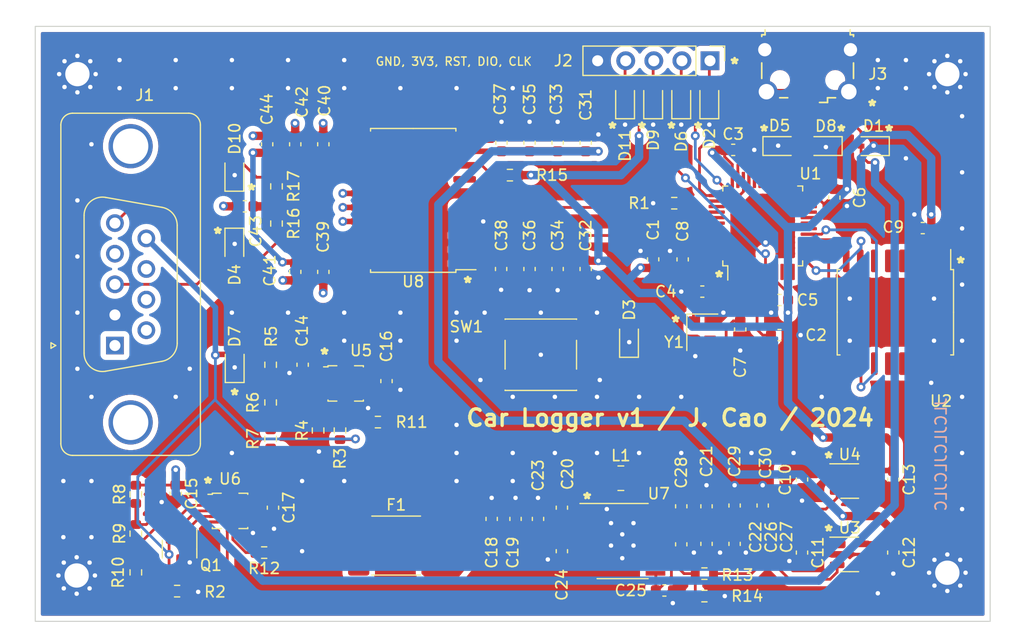
<source format=kicad_pcb>
(kicad_pcb (version 20211014) (generator pcbnew)
  (title_block (title "Car Logger") (date "2024-02-19") (rev "v1") (company "Johnny Cao"))
  (layers (0 "F.Cu" signal) (1 "In1.Cu" signal) (2 "In2.Cu" signal) (31 "B.Cu" signal) (34 "B.Paste" user) (35 "F.Paste" user) (36 "B.SilkS" user "B.Silkscreen") (37 "F.SilkS" user "F.Silkscreen") (38 "B.Mask" user) (39 "F.Mask" user) (44 "Edge.Cuts" user))
  (net 0 "")
  (net 1 "+3V3")
  (net 2 "GND")
  (net 3 "/Connectors/BTN_RST")
  (net 4 "/Logging/MCU_OSC_IN")
  (net 5 "/Logging/MCU_OSC_OUT")
  (net 6 "+5V")
  (net 7 "+BATT")
  (net 8 "VBUS")
  (net 9 "/Power/Protection and Switchover/PWR_POST_PROT")
  (net 10 "/Power/First Stage Buck Boost/BB_IGN")
  (net 11 "/Power/First Stage Buck Boost/BB_BST1")
  (net 12 "/Power/First Stage Buck Boost/BB_L1")
  (net 13 "/Power/First Stage Buck Boost/BB_L2")
  (net 14 "/Power/First Stage Buck Boost/BB_BST2")
  (net 15 "/Power/First Stage Buck Boost/BB_VREG")
  (net 16 "/Logging/CAN Transceiver/CAN_VISOOUT")
  (net 17 "GNDA")
  (net 18 "Net-(C43-Pad1)")
  (net 19 "/Connectors/SWD_CLK")
  (net 20 "/Connectors/DSUB_CAN_H")
  (net 21 "/Connectors/USB_D+")
  (net 22 "/Connectors/SWD_DIO")
  (net 23 "/Connectors/USB_D-")
  (net 24 "/Connectors/DSUB_CAN_L")
  (net 30 "/Power/Protection and Switchover/PROT_VBUS_NSHDN")
  (net 31 "/Logging/MCU_BOOT0")
  (net 32 "/Power/Protection and Switchover/PROT_VBATT_NSHDN")
  (net 33 "/Power/Protection and Switchover/PROT_VBATT_UVLO")
  (net 34 "/Power/Protection and Switchover/PROT_VBATT_OVP")
  (net 35 "/Power/Protection and Switchover/PROT_VBATT_RTN")
  (net 36 "/Power/Protection and Switchover/PROT_VBUS_UVLO")
  (net 37 "/Power/Protection and Switchover/PROT_VBUS_OVP")
  (net 38 "/Power/Protection and Switchover/PROT_VBUS_RTN")
  (net 39 "/Power/Protection and Switchover/PROT_VBATT_ILIM")
  (net 40 "/Power/Protection and Switchover/PROT_VBUS_ILIM")
  (net 41 "/Power/First Stage Buck Boost/BB_VOS_FB")
  (net 42 "/Logging/CAN Transceiver/CAN_EN")
  (net 50 "/Logging/FLASH_CS")
  (net 52 "/Logging/FLASH_SCK")
  (net 53 "/Logging/FLASH_MISO")
  (net 54 "/Logging/FLASH_MOSI")
  (net 73 "/Logging/CAN Transceiver/CAN_RXD")
  (net 74 "/Logging/CAN Transceiver/CAN_TXD")
  (net 95 "/Power/BB_VOUT")
  (footprint "Resistor_SMD:R_0603_1608Metric" (layer "F.Cu") (at 103.073984 103.822 -90)
    (fp_text reference "R9")
    (fp_text value "13k3")
  )
  (footprint "Diode_SMD:D_SOD-323" (layer "F.Cu") (at 161.29 68.74)
    (fp_text reference "D5")
    (fp_text value "D_TVS")
  )
  (footprint "Capacitor_SMD:C_0603_1608Metric" (layer "F.Cu") (at 150.876 108.966)
    (fp_text reference "C25")
    (fp_text value "4u7")
  )
  (footprint "Package_QFP:LQFP-48_7x7mm_P0.5mm" (layer "F.Cu") (at 159.77 75.97 90)
    (fp_text reference "U1")
    (fp_text value "STM32F042C6Tx")
  )
  (footprint "Diode_SMD:D_SOD-323" (layer "F.Cu") (at 147.674516 86.36 90)
    (fp_text reference "D3")
    (fp_text value "D_TVS")
  )
  (footprint "Capacitor_SMD:C_0603_1608Metric" (layer "F.Cu") (at 154.305 81.915 180)
    (fp_text reference "C4")
    (fp_text value "10p")
  )
  (footprint "Capacitor_SMD:C_0603_1608Metric" (layer "F.Cu") (at 152.4 101.346 -90)
    (fp_text reference "C21")
    (fp_text value "100n")
  )
  (footprint "Capacitor_SMD:C_0603_1608Metric" (layer "F.Cu") (at 152.527 79 90)
    (fp_text reference "C8")
    (fp_text value "100n")
  )
  (footprint "Capacitor_SMD:C_0603_1608Metric" (layer "F.Cu") (at 157.226 104.74842 -90)
    (fp_text reference "C27")
    (fp_text value "10u")
  )
  (footprint "Capacitor_SMD:C_0603_1608Metric" (layer "F.Cu") (at 138.68 79.86942 -90)
    (fp_text reference "C36")
    (fp_text value "1u")
  )
  (footprint "Capacitor_SMD:C_0603_1608Metric" (layer "F.Cu") (at 154.686 104.74842 -90)
    (fp_text reference "C26")
    (fp_text value "2u2")
  )
  (footprint "Capacitor_SMD:C_0603_1608Metric" (layer "F.Cu") (at 112.935 74.1979 180)
    (fp_text reference "C43")
    (fp_text value "100n")
  )
  (footprint "Diode_SMD:D_SOD-323" (layer "F.Cu") (at 169.715 68.75 180)
    (fp_text reference "D1")
    (fp_text value "D_TVS")
  )
  (footprint "Connector_PinHeader_2.54mm:PinHeader_1x05_P2.54mm_Vertical" (layer "F.Cu") (at 155 61.02 -90)
    (fp_text reference "J2")
    (fp_text value "Conn_01x05")
  )
  (footprint "Capacitor_SMD:C_0603_1608Metric" (layer "F.Cu") (at 141.22 79.86942 -90)
    (fp_text reference "C34")
    (fp_text value "10u")
  )
  (footprint "Capacitor_SMD:C_0603_1608Metric" (layer "F.Cu") (at 152.4 104.7875 -90)
    (fp_text reference "C22")
    (fp_text value "100n")
  )
  (footprint "Resistor_SMD:R_0603_1608Metric" (layer "F.Cu") (at 103.073984 100.266 -90)
    (fp_text reference "R8")
    (fp_text value "35k7")
  )
  (footprint "Capacitor_SMD:C_0603_1608Metric" (layer "F.Cu") (at 171.577 98.933 -90)
    (fp_text reference "C13")
    (fp_text value "1u")
  )
  (footprint "Capacitor_SMD:C_0603_1608Metric" (layer "F.Cu") (at 139.446 102.489 -90)
    (fp_text reference "C23")
    (fp_text value "100n")
  )
  (footprint "Capacitor_SMD:C_0603_1608Metric" (layer "F.Cu") (at 117.49 68.58 90)
    (fp_text reference "C42")
    (fp_text value "1u")
  )
  (footprint "Diode_SMD:D_SOD-323" (layer "F.Cu") (at 111.985 77.6779 -90)
    (fp_text reference "D4")
    (fp_text value "D_TVS")
  )
  (footprint "Resistor_SMD:R_0603_1608Metric" (layer "F.Cu") (at 115.265484 95.25 -90)
    (fp_text reference "R7")
    (fp_text value "10k")
  )
  (footprint "Package_SON:VSON-10-1EP_3x3mm_P0.5mm_EP1.65x2.4mm" (layer "F.Cu") (at 122.053484 90.22571)
    (fp_text reference "U5")
    (fp_text value "TPS2662x")
  )
  (footprint "Capacitor_SMD:C_0603_1608Metric" (layer "F.Cu") (at 137.414 102.489 90)
    (fp_text reference "C19")
    (fp_text value "10u")
  )
  (footprint "Capacitor_SMD:C_0603_1608Metric" (layer "F.Cu") (at 118.160984 88.53571 -90)
    (fp_text reference "C14")
    (fp_text value "1u")
  )
  (footprint "Resistor_SMD:R_0603_1608Metric" (layer "F.Cu") (at 115.795 72.39 90)
    (fp_text reference "R17")
    (fp_text value "62R")
  )
  (footprint "Capacitor_SMD:C_0603_1608Metric" (layer "F.Cu") (at 143.76 68.43942 90)
    (fp_text reference "C31")
    (fp_text value "47u")
  )
  (footprint "Capacitor_SMD:C_0603_1608Metric" (layer "F.Cu") (at 141.605 101.473 90)
    (fp_text reference "C20")
    (fp_text value "100n")
  )
  (footprint "Diode_SMD:D_SOD-323" (layer "F.Cu") (at 149.86 64.77 90)
    (fp_text reference "D9")
    (fp_text value "D_TVS")
  )
  (footprint "Diode_SMD:D_SOD-323" (layer "F.Cu") (at 111.985 71.3279 90)
    (fp_text reference "D10")
    (fp_text value "D_TVS")
  )
  (footprint "Button_Switch_SMD:SW_Push_1P1T_NO_6x6mm_H9.5mm" (layer "F.Cu") (at 139.7 87.63 180)
    (fp_text reference "SW1")
    (fp_text value "SW_Push")
  )
  (footprint "Capacitor_SMD:C_0603_1608Metric" (layer "F.Cu") (at 125.743484 90.01571 -90)
    (fp_text reference "C16")
    (fp_text value "1u")
  )
  (footprint "Capacitor_SMD:C_0603_1608Metric" (layer "F.Cu") (at 138.68 68.43942 90)
    (fp_text reference "C35")
    (fp_text value "1u")
  )
  (footprint "Inductor_SMD:L_1008_2520Metric" (layer "F.Cu") (at 146.939 98.806)
    (fp_text reference "L1")
    (fp_text value "4u7")
  )
  (footprint "Capacitor_SMD:C_0603_1608Metric" (layer "F.Cu") (at 163.322 105.537 -90)
    (fp_text reference "C11")
    (fp_text value "1u")
  )
  (footprint "Resistor_SMD:R_0603_1608Metric" (layer "F.Cu") (at 121.539 94.488 90)
    (fp_text reference "R3")
    (fp_text value "0R")
  )
  (footprint "Capacitor_SMD:C_0603_1608Metric" (layer "F.Cu") (at 141.22 68.43942 90)
    (fp_text reference "C33")
    (fp_text value "10u")
  )
  (footprint "Resistor_SMD:R_0603_1608Metric" (layer "F.Cu") (at 103.073984 107.3295 -90)
    (fp_text reference "R10")
    (fp_text value "10k")
  )
  (footprint "Capacitor_SMD:C_0603_1608Metric" (layer "F.Cu") (at 161.29 82.677 180)
    (fp_text reference "C5")
    (fp_text value "100n")
  )
  (footprint "Diode_SMD:D_SOD-323" (layer "F.Cu") (at 154.94 64.77 90)
    (fp_text reference "D2")
    (fp_text value "D_TVS")
  )
  (footprint "Capacitor_SMD:C_0603_1608Metric" (layer "F.Cu") (at 115.476484 101.4745 -90)
    (fp_text reference "C17")
    (fp_text value "1u")
  )
  (footprint "Resistor_SMD:R_0603_1608Metric" (layer "F.Cu") (at 124.968 93.726 180)
    (fp_text reference "R11")
    (fp_text value "33k2")
  )
  (footprint "Package_TO_SOT_SMD:SOT-23-5" (layer "F.Cu") (at 167.64 105.7)
    (fp_text reference "U3")
    (fp_text value "TC122x")
  )
  (footprint "Resistor_SMD:R_0603_1608Metric" (layer "F.Cu") (at 154.495 107.442 180)
    (fp_text reference "R13")
    (fp_text value "66k5")
  )
  (footprint "Resistor_SMD:R_0603_1608Metric" (layer "F.Cu") (at 115.265484 88.53571 -90)
    (fp_text reference "R5")
    (fp_text value "147k")
  )
  (footprint "Package_SON:VSON-10-1EP_3x3mm_P0.5mm_EP1.65x2.4mm" (layer "F.Cu") (at 111.596484 101.7645)
    (fp_text reference "U6")
    (fp_text value "TPS2662x")
  )
  (footprint "Resistor_SMD:R_0603_1608Metric" (layer "F.Cu") (at 106.807 109.027)
    (fp_text reference "R2")
    (fp_text value "10k")
  )
  (footprint "Resistor_SMD:R_0603_1608Metric" (layer "F.Cu") (at 154.495 109.474)
    (fp_text reference "R14")
    (fp_text value "10k")
  )
  (footprint "Resistor_SMD:R_0603_1608Metric" (layer "F.Cu") (at 115.795 75.755 90)
    (fp_text reference "R16")
    (fp_text value "62R")
  )
  (footprint "Diode_SMD:D_SOD-323" (layer "F.Cu") (at 165.45 68.74 180)
    (fp_text reference "D8")
    (fp_text value "D_TVS")
  )
  (footprint "Resistor_SMD:R_0603_1608Metric" (layer "F.Cu") (at 119.557516 94.488 -90)
    (fp_text reference "R4")
    (fp_text value "10k")
  )
  (footprint "Capacitor_SMD:C_0603_1608Metric" (layer "F.Cu") (at 149.86 78.994 90)
    (fp_text reference "C1")
    (fp_text value "4u7")
  )
  (footprint "Resistor_SMD:R_0603_1608Metric" (layer "F.Cu") (at 115.265484 91.948 -90)
    (fp_text reference "R6")
    (fp_text value "10k")
  )
  (footprint "Capacitor_SMD:C_0603_1608Metric" (layer "F.Cu") (at 171.577 105.537 -90)
    (fp_text reference "C12")
    (fp_text value "1u")
  )
  (footprint "Capacitor_SMD:C_0603_1608Metric" (layer "F.Cu") (at 120.03 68.58 90)
    (fp_text reference "C40")
    (fp_text value "10n")
  )
  (footprint "Capacitor_SMD:C_0603_1608Metric" (layer "F.Cu") (at 117.49 80.1321 -90)
    (fp_text reference "C41")
    (fp_text value "10u")
  )
  (footprint "Package_TO_SOT_SMD:SOT-23-3" (layer "F.Cu") (at 107.031484 105.217 -90)
    (fp_text reference "Q1")
    (fp_text value "Q_NMOS_DGS")
  )
  (footprint "Diode_SMD:D_SOD-323" (layer "F.Cu") (at 112.014 88.646 90)
    (fp_text reference "D7")
    (fp_text value "D_TVS")
  )
  (footprint "Capacitor_SMD:C_0603_1608Metric" (layer "F.Cu") (at 174.244 76.165 180)
    (fp_text reference "C9")
    (fp_text value "100n")
  )
  (footprint "Resistor_SMD:R_0603_1608Metric" (layer "F.Cu") (at 136.906 71.374 180)
    (fp_text reference "R15")
    (fp_text value "10k")
  )
  (footprint "Capacitor_SMD:C_0603_1608Metric" (layer "F.Cu") (at 157.099 69.088)
    (fp_text reference "C3")
    (fp_text value "100n")
  )
  (footprint "Capacitor_SMD:C_0603_1608Metric" (layer "F.Cu") (at 161.29 85.852)
    (fp_text reference "C2")
    (fp_text value "100n")
  )
  (footprint "Resistor_SMD:R_0603_1608Metric" (layer "F.Cu") (at 114.681 105.537 180)
    (fp_text reference "R12")
    (fp_text value "15k8")
  )
  (footprint "Capacitor_SMD:C_0603_1608Metric" (layer "F.Cu") (at 166.243 73.406 -90)
    (fp_text reference "C6")
    (fp_text value "100n")
  )
  (footprint "Capacitor_SMD:C_0603_1608Metric" (layer "F.Cu") (at 141.605 105.41 -90)
    (fp_text reference "C24")
    (fp_text value "470n")
  )
  (footprint "Capacitor_SMD:C_0603_1608Metric" (layer "F.Cu") (at 163.322 98.91942 -90)
    (fp_text reference "C10")
    (fp_text value "1u")
  )
  (footprint "Capacitor_SMD:C_0603_1608Metric" (layer "F.Cu") (at 135.255 102.489 90)
    (fp_text reference "C18")
    (fp_text value "10u")
  )
  (footprint "Package_SO:SOIC-20W_7.5x12.8mm_P1.27mm" (layer "F.Cu") (at 128.16 73.66 180)
    (fp_text reference "U8")
    (fp_text value "ISOW1044")
  )
  (footprint "Diode_SMD:D_SOD-323" (layer "F.Cu") (at 152.4 64.77 90)
    (fp_text reference "D6")
    (fp_text value "D_TVS")
  )
  (footprint "Resistor_SMD:R_0603_1608Metric" (layer "F.Cu") (at 151.765 73.914 180)
    (fp_text reference "R1")
    (fp_text value "10k")
  )
  (footprint "Capacitor_SMD:C_0603_1608Metric" (layer "F.Cu") (at 143.76 79.86942 -90)
    (fp_text reference "C32")
    (fp_text value "47u")
  )
  (footprint "Diode_SMD:D_SOD-323" (layer "F.Cu") (at 147.32 64.77 90)
    (fp_text reference "D11")
    (fp_text value "D_TVS")
  )
  (footprint "MountingHole:MountingHole_2.2mm_M2_Pad_Via" (layer "F.Cu") (at 97.79 62.23)
    (fp_text reference "H1" hide)
    (fp_text value "MountingHole_Pad")
  )
  (footprint "Capacitor_SMD:C_0603_1608Metric" (layer "F.Cu") (at 106.68 100.203 -90)
    (fp_text reference "C15")
    (fp_text value "1u")
  )
  (footprint "Capacitor_SMD:C_0603_1608Metric" (layer "F.Cu") (at 157.734 85.344 -90)
    (fp_text reference "C7")
    (fp_text value "10p")
  )
  (footprint "Package_SO:SOIC-16W_7.5x10.3mm_P1.27mm" (layer "F.Cu") (at 171.764516 83.785 -90)
    (fp_text reference "U2")
    (fp_text value "S25FLxS")
  )
  (footprint "Capacitor_SMD:C_0603_1608Metric" (layer "F.Cu") (at 120.03 80.1321 -90)
    (fp_text reference "C39")
    (fp_text value "100n")
  )
  (footprint "Capacitor_SMD:C_0603_1608Metric" (layer "F.Cu") (at 136.14 68.43942 90)
    (fp_text reference "C37")
    (fp_text value "10n")
  )
  (footprint "Capacitor_SMD:C_0603_1608Metric" (layer "F.Cu") (at 154.686 101.346 90)
    (fp_text reference "C28")
    (fp_text value "10u")
  )
  (footprint "Capacitor_SMD:C_0603_1608Metric" (layer "F.Cu") (at 157.226 101.27542 90)
    (fp_text reference "C29")
    (fp_text value "10u")
  )
  (footprint "MountingHole:MountingHole_2.2mm_M2_Pad_Via" (layer "F.Cu") (at 176.464516 62.23)
    (fp_text reference "H2" hide)
    (fp_text value "MountingHole_Pad")
  )
  (footprint "Capacitor_SMD:C_0603_1608Metric" (layer "F.Cu") (at 159.766 101.276 90)
    (fp_text reference "C30")
    (fp_text value "10u")
  )
  (footprint "Capacitor_SMD:C_0603_1608Metric" (layer "F.Cu") (at 114.95 68.58 90)
    (fp_text reference "C44")
    (fp_text value "10u")
  )
  (footprint "MountingHole:MountingHole_2.2mm_M2_Pad_Via" (layer "F.Cu") (at 97.724516 107.61)
    (fp_text reference "H4" hide)
    (fp_text value "MountingHole_Pad")
  )
  (footprint "Crystal:Crystal_SMD_2520-4Pin_2.5x2.0mm" (layer "F.Cu") (at 154.305 85.598 -90)
    (fp_text reference "Y1")
    (fp_text value "Crystal_GND24_Small")
  )
  (footprint "Fuse:Fuse_2920_7451Metric" (layer "F.Cu") (at 126.619 104.902)
    (fp_text reference "F1")
    (fp_text value "Polyfuse")
  )
  (footprint "Package_TO_SOT_SMD:SOT-23-5" (layer "F.Cu") (at 167.64 99.06)
    (fp_text reference "U4")
    (fp_text value "MIC5504-3.3YM5")
  )
  (footprint "MountingHole:MountingHole_2.2mm_M2_Pad_Via" (layer "F.Cu") (at 176.464516 107.36)
    (fp_text reference "H3" hide)
    (fp_text value "MountingHole_Pad")
  )
  (footprint "Connector_USB:USB_Micro-B_Wuerth_629105150521_CircularHoles" (layer "F.Cu") (at 163.83 61.97 180)
    (fp_text reference "J3")
    (fp_text value "USB_B_Micro")
  )
  (footprint "Connector_Dsub:DSUB-9_Male_Vertical_P2.77x2.84mm_MountingHoles" (layer "F.Cu") (at 101.184185 86.795 90)
    (fp_text reference "J1")
    (fp_text value "DB9_Male")
  )
  (footprint "Capacitor_SMD:C_0603_1608Metric" (layer "F.Cu") (at 136.11 79.86942 -90)
    (fp_text reference "C38")
    (fp_text value "100n")
  )
  (footprint "Package_SO:Texas_PWP0020A" (layer "F.Cu") (at 147.1 104.49442)
    (fp_text reference "U7")
    (fp_text value "TPS5516x-Q1")
  )
  (gr_rect (start 93.98 57.912) (end 180.34 111.76) (layer "Edge.Cuts") (width 0.1) (fill none))
  (gr_text "JLCJLCJLCJLC" (at 175.895 96.647 90) (layer "B.SilkS") (effects (font (size 1 1)) (justify mirror)))
  (gr_text "*" (at 169.672 65.151) (layer "F.SilkS") (effects (font (size 1 1) (thickness 0.25))))
  (gr_text "*" (at 165.735 103.632) (layer "F.SilkS") (effects (font (size 1 1) (thickness 0.25))))
  (gr_text "*" (at 109.601 99.314) (layer "F.SilkS") (effects (font (size 1 1) (thickness 0.25))))
  (gr_text "*" (at 112.014 91.313) (layer "F.SilkS") (effects (font (size 1 1) (thickness 0.25))))
  (gr_text "*" (at 110.49 76.708) (layer "F.SilkS") (effects (font (size 1 1) (thickness 0.25))))
  (gr_text "*" (at 143.891 100.711) (layer "F.SilkS") (effects (font (size 1 1) (thickness 0.25))))
  (gr_text "*" (at 133.096 81.153) (layer "F.SilkS") (effects (font (size 1 1) (thickness 0.25))))
  (gr_text "*" (at 177.673 79.375) (layer "F.SilkS") (effects (font (size 1 1) (thickness 0.25))))
  (gr_text "*" (at 151.892 84.709) (layer "F.SilkS") (effects (font (size 1 1) (thickness 0.25))))
  (gr_text "*" (at 159.893 67.437) (layer "F.SilkS") (effects (font (size 1 1) (thickness 0.25))))
  (gr_text "*" (at 146.177 67.183) (layer "F.SilkS") (effects (font (size 1 1) (thickness 0.25))))
  (gr_text "*" (at 165.735 97.028) (layer "F.SilkS") (effects (font (size 1 1) (thickness 0.25))))
  (gr_text "*" (at 148.844 67.183) (layer "F.SilkS") (effects (font (size 1 1) (thickness 0.25))))
  (gr_text "*" (at 120.142 87.63) (layer "F.SilkS") (effects (font (size 1 1) (thickness 0.25))))
  (gr_text "*" (at 155.829 80.645) (layer "F.SilkS") (effects (font (size 1 1) (thickness 0.25))))
  (gr_text "*" (at 157.226 61.341) (layer "F.SilkS") (effects (font (size 1 1) (thickness 0.25))))
  (gr_text "Car Logger v1 / J. Cao / 2024" (at 151.384 93.345) (layer "F.SilkS") (effects (font (size 1.5 1.5) (thickness 0.3))))
  (gr_text "*" (at 153.924 67.183) (layer "F.SilkS") (effects (font (size 1 1) (thickness 0.25))))
  (gr_text "*" (at 113.538 72.771) (layer "F.SilkS") (effects (font (size 1 1) (thickness 0.25))))
  (gr_text "*" (at 166.878 67.437) (layer "F.SilkS") (effects (font (size 1 1) (thickness 0.25))))
  (gr_text "*" (at 171.196 67.437) (layer "F.SilkS") (effects (font (size 1 1) (thickness 0.25))))
  (gr_text "GND, 3V3, RST, DIO, CLK" (at 131.826 61.087) (layer "F.SilkS") (effects (font (size 0.75 0.75) (thickness 0.125))))
  (gr_text "*" (at 151.511 67.183) (layer "F.SilkS") (effects (font (size 1 1) (thickness 0.25))))
  (segment (start 134.62 79.375) (end 134.874 79.121) (width 0.5) (layer "F.Cu") (net 1))
  (segment (start 174.939516 77.530516) (end 175.019 77.451032) (width 0.5) (layer "F.Cu") (net 1))
  (segment (start 147.54 63.72) (end 148.59 64.77) (width 0.25) (layer "F.Cu") (net 1))
  (segment (start 134.874 79.121) (end 136.08342 79.121) (width 0.5) (layer "F.Cu") (net 1))
  (segment (start 171.577 98.158) (end 171.577 95.758) (width 0.75) (layer "F.Cu") (net 1))
  (segment (start 163.9325 73.22) (end 165.032 73.22) (width 0.25) (layer "F.Cu") (net 1))
  (segment (start 165.032 73.22) (end 165.621 72.631) (width 0.25) (layer "F.Cu") (net 1))
  (segment (start 141.22 79.09442) (end 143.76 79.09442) (width 0.75) (layer "F.Cu") (net 1))
  (segment (start 147.32 63.72) (end 147.32 61.08) (width 0.25) (layer "F.Cu") (net 1))
  (segment (start 148.59 67.31) (end 148.59 67.818) (width 0.25) (layer "F.Cu") (net 1))
  (segment (start 165.621 72.631) (end 166.243 72.631) (width 0.25) (layer "F.Cu") (net 1))
  (segment (start 144.907 79.121) (end 143.78658 79.121) (width 0.75) (layer "F.Cu") (net 1))
  (segment (start 154.579 78.72) (end 153.524 79.775) (width 0.25) (layer "F.Cu") (net 1))
  (segment (start 168.7775 98.11) (end 171.529 98.11) (width 0.5) (layer "F.Cu") (net 1))
  (segment (start 148.73 79.769) (end 148.717 79.756) (width 0.75) (layer "F.Cu") (net 1))
  (segment (start 149.86 79.769) (end 152.521 79.769) (width 0.75) (layer "F.Cu") (net 1))
  (segment (start 171.577 95.758) (end 170.942 95.123) (width 0.75) (layer "F.Cu") (net 1))
  (segment (start 162.065 82.677) (end 162.065 83.807) (width 0.75) (layer "F.Cu") (net 1))
  (segment (start 175.019 77.451032) (end 175.019 76.165) (width 0.5) (layer "F.Cu") (net 1))
  (segment (start 155.194 69.342) (end 155.448 69.088) (width 0.75) (layer "F.Cu") (net 1))
  (segment (start 155.448 69.088) (end 156.324 69.088) (width 0.75) (layer "F.Cu") (net 1))
  (segment (start 166.243 72.631) (end 167.373 72.631) (width 0.75) (layer "F.Cu") (net 1))
  (segment (start 170.942 95.123) (end 165.227 95.123) (width 0.75) (layer "F.Cu") (net 1))
  (segment (start 155.6075 78.72) (end 154.579 78.72) (width 0.25) (layer "F.Cu") (net 1))
  (segment (start 157.02 71.8075) (end 157.02 70.406) (width 0.25) (layer "F.Cu") (net 1))
  (segment (start 153.524 79.775) (end 152.527 79.775) (width 0.25) (layer "F.Cu") (net 1))
  (segment (start 175.019 76.165) (end 175.019 74.943) (width 0.75) (layer "F.Cu") (net 1))
  (segment (start 138.68 79.09442) (end 141.22 79.09442) (width 0.75) (layer "F.Cu") (net 1))
  (segment (start 162.065 83.807) (end 162.052 83.82) (width 0.75) (layer "F.Cu") (net 1))
  (segment (start 137.731 71.374) (end 138.811 71.374) (width 0.75) (layer "F.Cu") (net 1))
  (segment (start 157.02 70.406) (end 156.324 69.71) (width 0.25) (layer "F.Cu") (net 1))
  (segment (start 136.11 79.09442) (end 138.68 79.09442) (width 0.75) (layer "F.Cu") (net 1))
  (segment (start 167.373 72.631) (end 167.386 72.644) (width 0.75) (layer "F.Cu") (net 1))
  (segment (start 162.065 82.055) (end 162.065 82.677) (width 0.25) (layer "F.Cu") (net 1))
  (segment (start 161.02 80.1325) (end 161.02 81.01) (width 0.25) (layer "F.Cu") (net 1))
  (segment (start 161.02 81.01) (end 162.065 82.055) (width 0.25) (layer "F.Cu") (net 1))
  (segment (start 132.81 79.375) (end 134.62 79.375) (width 0.5) (layer "F.Cu") (net 1))
  (segment (start 147.32 63.72) (end 147.54 63.72) (width 0.25) (layer "F.Cu") (net 1))
  (segment (start 149.86 79.769) (end 148.73 79.769) (width 0.75) (layer "F.Cu") (net 1))
  (segment (start 174.939516 79.135) (end 174.939516 77.530516) (width 0.5) (layer "F.Cu") (net 1))
  (segment (start 148.59 64.77) (end 148.59 67.31) (width 0.25) (layer "F.Cu") (net 1))
  (segment (start 156.324 69.71) (end 156.324 69.088) (width 0.25) (layer "F.Cu") (net 1))
  (segment (start 175.019 74.943) (end 175.006 74.93) (width 0.75) (layer "F.Cu") (net 1))
  (via (at 144.907 79.121) (size 0.8) (drill 0.4) (layers "F.Cu" "B.Cu") (net 1))
  (via (at 155.194 69.342) (size 0.8) (drill 0.4) (layers "F.Cu" "B.Cu") (net 1))
  (via (at 167.386 72.644) (size 0.8) (drill 0.4) (layers "F.Cu" "B.Cu") (net 1))
  (via (at 175.006 74.93) (size 0.8) (drill 0.4) (layers "F.Cu" "B.Cu") (net 1))
  (via (at 138.811 71.374) (size 0.8) (drill 0.4) (layers "F.Cu" "B.Cu") (net 1))
  (via (at 162.052 83.82) (size 0.8) (drill 0.4) (layers "F.Cu" "B.Cu") (net 1))
  (via (at 148.59 67.818) (size 0.8) (drill 0.4) (layers "F.Cu" "B.Cu") (net 1))
  (via (at 165.227 95.123) (size 0.8) (drill 0.4) (layers "F.Cu" "B.Cu") (net 1))
  (via (at 148.717 79.756) (size 0.8) (drill 0.4) (layers "F.Cu" "B.Cu") (net 1))
  (segment (start 146.939 71.374) (end 148.59 69.723) (width 0.75) (layer "B.Cu") (net 1))
  (segment (start 168.996 67.732) (end 172.888 67.732) (width 0.75) (layer "B.Cu") (net 1))
  (segment (start 162.052 91.948) (end 162.052 83.82) (width 0.75) (layer "B.Cu") (net 1))
  (segment (start 147.3835 80.8355) (end 148.59 82.042) (width 0.75) (layer "B.Cu") (net 1))
  (segment (start 140.081 71.374) (end 144.907 76.2) (width 0.75) (layer "B.Cu") (net 1))
  (segment (start 167.386 72.644) (end 167.386 69.342) (width 0.75) (layer "B.Cu") (net 1))
  (segment (start 150.368 82.042) (end 153.416 85.09) (width 0.75) (layer "B.Cu") (net 1))
  (segment (start 163.957 76.073) (end 167.386 72.644) (width 0.75) (layer "B.Cu") (net 1))
  (segment (start 167.386 69.342) (end 168.996 67.732) (width 0.75) (layer "B.Cu") (net 1))
  (segment (start 153.416 85.09) (end 162.052 85.09) (width 0.75) (layer "B.Cu") (net 1))
  (segment (start 138.811 71.374) (end 140.081 71.374) (width 0.75) (layer "B.Cu") (net 1))
  (segment (start 144.907 79.121) (end 145.669 79.121) (width 0.75) (layer "B.Cu") (net 1))
  (segment (start 148.717 79.756) (end 147.6375 80.8355) (width 0.75) (layer "B.Cu") (net 1))
  (segment (start 155.194 69.342) (end 161.925 76.073) (width 0.75) (layer "B.Cu") (net 1))
  (segment (start 145.669 79.121) (end 147.3835 80.8355) (width 0.75) (layer "B.Cu") (net 1))
  (segment (start 162.052 83.82) (end 162.052 76.2) (width 0.75) (layer "B.Cu") (net 1))
  (segment (start 138.811 71.374) (end 146.939 71.374) (width 0.75) (layer "B.Cu") (net 1))
  (segment (start 175.006 69.85) (end 175.006 74.93) (width 0.75) (layer "B.Cu") (net 1))
  (segment (start 162.052 76.2) (end 161.925 76.073) (width 0.75) (layer "B.Cu") (net 1))
  (segment (start 161.925 76.073) (end 163.957 76.073) (width 0.75) (layer "B.Cu") (net 1))
  (segment (start 165.227 95.123) (end 162.052 91.948) (width 0.75) (layer "B.Cu") (net 1))
  (segment (start 147.6375 80.8355) (end 147.3835 80.8355) (width 0.75) (layer "B.Cu") (net 1))
  (segment (start 162.052 85.09) (end 162.052 91.948) (width 0.75) (layer "B.Cu") (net 1))
  (segment (start 148.59 82.042) (end 150.368 82.042) (width 0.75) (layer "B.Cu") (net 1))
  (segment (start 144.907 76.2) (end 144.907 79.121) (width 0.75) (layer "B.Cu") (net 1))
  (segment (start 172.888 67.732) (end 175.006 69.85) (width 0.75) (layer "B.Cu") (net 1))
  (segment (start 148.59 69.723) (end 148.59 67.818) (width 0.75) (layer "B.Cu") (net 1))
  (segment (start 144.998 89.88) (end 145.034 89.916) (width 0.75) (layer "F.Cu") (net 2))
  (segment (start 153.53 81.915) (end 152.4 81.915) (width 0.75) (layer "F.Cu") (net 2))
  (segment (start 141.22 81.784) (end 141.224 81.788) (width 0.5) (layer "F.Cu") (net 2))
  (segment (start 165.494 74.181) (end 166.243 74.181) (width 0.25) (layer "F.Cu") (net 2))
  (segment (start 160.230001 63.945001) (end 162.38 63.945001) (width 0.75) (layer "F.Cu") (net 2))
  (segment (start 105.423 100.978) (end 105.41 100.965) (width 0.75) (layer "F.Cu") (net 2))
  (segment (start 123.528484 91.22571) (end 123.528484 91.905484) (width 0.25) (layer "F.Cu") (net 2))
  (segment (start 113.071484 103.165484) (end 113.665 103.759) (width 0.25) (layer "F.Cu") (net 2))
  (segment (start 171.577 106.312) (end 171.577 107.442) (width 0.75) (layer "F.Cu") (net 2))
  (segment (start 135.255 101.714) (end 135.255 100.584) (width 0.75) (layer "F.Cu") (net 2))
  (segment (start 143.76 80.64442) (end 141.22 80.64442) (width 0.75) (layer "F.Cu") (net 2))
  (segment (start 147.674516 87.41) (end 147.674516 86.513484) (width 0.25) (layer "F.Cu") (net 2))
  (segment (start 112.014 72.263) (end 112.014 71.374) (width 0.25) (layer "F.Cu") (net 2))
  (segment (start 154.686 105.52342) (end 155.89592 105.52342) (width 0.75) (layer "F.Cu") (net 2))
  (segment (start 138.68 67.66442) (end 138.68 66.552) (width 0.75) (layer "F.Cu") (net 2))
  (segment (start 138.68 67.66442) (end 141.22 67.66442) (width 0.75) (layer "F.Cu") (net 2))
  (segment (start 132.81 75.565) (end 134.493 75.565) (width 0.5) (layer "F.Cu") (net 2))
  (segment (start 141.22 80.64442) (end 141.22 81.784) (width 0.75) (layer "F.Cu") (net 2))
  (segment (start 141.22 67.66442) (end 143.76 67.66442) (width 0.75) (layer "F.Cu") (net 2))
  (segment (start 151.391 78.225) (end 151.384 78.232) (width 0.75) (layer "F.Cu") (net 2))
  (segment (start 141.22 67.66442) (end 141.22 66.552) (width 0.75) (layer "F.Cu") (net 2))
  (segment (start 123.528484 91.905484) (end 124.079 92.456) (width 0.25) (layer "F.Cu") (net 2))
  (segment (start 143.675 89.88) (end 144.998 89.88) (width 0.75) (layer "F.Cu") (net 2))
  (segment (start 136.11 80.64442) (end 136.11 81.754) (width 0.75) (layer "F.Cu") (net 2))
  (segment (start 151.651 108.966) (end 151.651 110.096) (width 0.75) (layer "F.Cu") (net 2))
  (segment (start 166.243 74.181) (end 167.373 74.181) (width 0.75) (layer "F.Cu") (net 2))
  (segment (start 134.275 89.88) (end 134.239 89.916) (width 0.75) (layer "F.Cu") (net 2))
  (segment (start 148.73 78.219) (end 148.717 78.232) (width 0.75) (layer "F.Cu") (net 2))
  (segment (start 154.94 65.82) (end 154.94 66.802) (width 0.25) (layer "F.Cu") (net 2))
  (segment (start 118.160984 89.31071) (end 116.99671 89.31071) (width 0.75) (layer "F.Cu") (net 2))
  (segment (start 166.5025 105.7) (end 165.064 105.7) (width 0.5) (layer "F.Cu") (net 2))
  (segment (start 134.90058 67.66442) (end 136.14 67.66442) (width 0.5) (layer "F.Cu") (net 2))
  (segment (start 147.32 65.82) (end 147.32 66.802) (width 0.25) (layer "F.Cu") (net 2))
  (segment (start 144.13 106.76942) (end 145.23 106.76942) (width 0.25) (layer "F.Cu") (net 2))
  (segment (start 125.743484 90.79071) (end 126.98571 90.79071) (width 0.75) (layer "F.Cu") (net 2))
  (segment (start 160.515 82.677) (end 160.515 83.807) (width 0.75) (layer "F.Cu") (net 2))
  (segment (start 108.646 109.027) (end 108.712 109.093) (width 0.75) (layer "F.Cu") (net 2))
  (segment (start 107.031484 106.3545) (end 107.8785 106.3545) (width 0.25) (layer "F.Cu") (net 2))
  (segment (start 145.43758 107.41942) (end 147.1 105.757) (width 0.25) (layer "F.Cu") (net 2))
  (segment (start 160.515 81.547) (end 160.52 81.542) (width 0.25) (layer "F.Cu") (net 2))
  (segment (start 119.557516 96.316516) (end 119.634 96.393) (width 0.75) (layer "F.Cu") (net 2))
  (segment (start 164.452 106.312) (end 163.322 106.312) (width 0.5) (layer "F.Cu") (net 2))
  (segment (start 157.874 70.091) (end 157.874 69.088) (width 0.25) (layer "F.Cu") (net 2))
  (segment (start 157.226 100.50042) (end 157.226 99.441) (width 0.75) (layer "F.Cu") (net 2))
  (segment (start 165.575 68.74) (end 165.481 68.834) (width 0.25) (layer "F.Cu") (net 2))
  (segment (start 160.24 68.74) (end 161.13 68.74) (width 0.25) (layer "F.Cu") (net 2))
  (segment (start 167.705 60.02) (end 167.705 63.67) (width 0.75) (layer "F.Cu") (net 2))
  (segment (start 136.14 66.552) (end 136.144 66.548) (width 0.5) (layer "F.Cu") (net 2))
  (segment (start 165.064 105.7) (end 164.452 106.312) (width 0.5) (layer "F.Cu") (net 2))
  (segment (start 160.515 83.807) (end 160.528 83.82) (width 0.75) (layer "F.Cu") (net 2))
  (segment (start 159.955 60.02) (end 159.955 63.67) (width 0.75) (layer "F.Cu") (net 2))
  (segment (start 174.939516 90.103516) (end 175.006 90.17) (width 0.5) (layer "F.Cu") (net 2))
  (segment (start 152.527 78.225) (end 151.391 78.225) (width 0.75) (layer "F.Cu") (net 2))
  (segment (start 152.4 65.82) (end 152.4 66.802) (width 0.25) (layer "F.Cu") (net 2))
  (segment (start 153.605 86.473) (end 153.605 87.692) (width 0.75) (layer "F.Cu") (net 2))
  (segment (start 111.985 77.568) (end 112.014 77.597) (width 0.25) (layer "F.Cu") (net 2))
  (segment (start 143.76 80.64442) (end 144.90642 80.64442) (width 0.75) (layer "F.Cu") (net 2))
  (segment (start 159.955 60.02) (end 167.705 60.02) (width 0.75) (layer "F.Cu") (net 2))
  (segment (start 170.765 68.75) (end 169.842 68.75) (width 0.25) (layer "F.Cu") (net 2))
  (segment (start 150.94 73.914) (end 149.86 73.914) (width 0.75) (layer "F.Cu") (net 2))
  (segment (start 158.22842 105.52342) (end 158.242 105.537) (width 0.75) (layer "F.Cu") (net 2))
  (segment (start 160.52 81.542) (end 160.52 80.1325) (width 0.25) (layer "F.Cu") (net 2))
  (segment (start 173.469 74.943) (end 173.482 74.93) (width 0.75) (layer "F.Cu") (net 2))
  (segment (start 115.476484 102.2495) (end 115.476484 103.284484) (width 0.75) (layer "F.Cu") (net 2))
  (segment (start 150.07 106.11942) (end 147.14042 106.11942) (width 0.25) (layer "F.Cu") (net 2))
  (segment (start 150.07 102.86942) (end 148.08258 102.86942) (width 0.25) (layer "F.Cu") (net 2))
  (segment (start 141.22 66.552) (end 141.224 66.548) (width 0.5) (layer "F.Cu") (net 2))
  (segment (start 136.14 67.66442) (end 138.68 67.66442) (width 0.75) (layer "F.Cu") (net 2))
  (segment (start 161.13 68.74) (end 161.163 68.707) (width 0.25) (layer "F.Cu") (net 2))
  (segment (start 149.86 78.219) (end 148.73 78.219) (width 0.75) (layer "F.Cu") (net 2))
  (segment (start 137.414 101.714) (end 137.414 100.584) (width 0.75) (layer "F.Cu") (net 2))
  (segment (start 174.939516 88.435) (end 174.939516 90.103516) (width 0.5) (layer "F.Cu") (net 2))
  (segment (start 143.78658 67.691) (end 144.907 67.691) (width 0.75) (layer "F.Cu") (net 2))
  (segment (start 140.361 106.185) (end 140.335 106.159) (width 0.75) (layer "F.Cu") (net 2))
  (segment (start 157.52 70.445) (end 157.874 70.091) (width 0.25) (layer "F.Cu") (net 2))
  (segment (start 115.476484 103.284484) (end 115.57 103.378) (width 0.75) (layer "F.Cu") (net 2))
  (segment (start 155.307 84.723) (end 156.21 83.82) (width 0.75) (layer "F.Cu") (net 2))
  (segment (start 155.89592 105.52342) (end 155.9095 105.537) (width 0.75) (layer "F.Cu") (net 2))
  (segment (start 135.725 89.88) (end 134.275 89.88) (width 0.75) (layer "F.Cu") (net 2))
  (segment (start 173.469 76.165) (end 173.469 74.943) (width 0.75) (layer "F.Cu") (net 2))
  (segment (start 156.337 109.474) (end 155.32 109.474) (width 0.75) (layer "F.Cu") (net 2))
  (segment (start 141.22 80.64442) (end 138.68 80.64442) (width 0.75) (layer "F.Cu") (net 2))
  (segment (start 166.5 68.74) (end 165.575 68.74) (width 0.25) (layer "F.Cu") (net 2))
  (segment (start 144.90642 80.64442) (end 144.907 80.645) (width 0.75) (layer "F.Cu") (net 2))
  (segment (start 164.59258 99.69442) (end 163.322 99.69442) (width 0.5) (layer "F.Cu") (net 2))
  (segment (start 157.52 71.8075) (end 157.52 70.445) (width 0.25) (layer "F.Cu") (net 2))
  (segment (start 151.651 110.096) (end 151.638 110.109) (width 0.75) (layer "F.Cu") (net 2))
  (segment (start 144.13 101.56942) (end 145.63842 101.56942) (width 0.25) (layer "F.Cu") (net 2))
  (segment (start 154.686 100.571) (end 154.686 99.441) (width 0.75) (layer "F.Cu") (net 2))
  (segment (start 152.4 105.5625) (end 153.5175 105.5625) (width 0.75) (layer "F.Cu") (net 2))
  (segment (start 112.014 88.773) (end 112.014 89.696) (width 0.25) (layer "F.Cu") (net 2))
  (segment (start 155.005 84.723) (end 155.307 84.723) (width 0.75) (layer "F.Cu") (net 2))
  (segment (start 139.446 101.714) (end 139.446 100.584) (width 0.75) (layer "F.Cu") (net 2))
  (segment (start 119.557516 95.313) (end 119.557516 96.316516) (width 0.75) (layer "F.Cu") (net 2))
  (segment (start 165.033 73.72) (end 165.494 74.181) (width 0.25) (layer "F.Cu") (net 2))
  (segment (start 160.515 82.677) (end 160.515 81.547) (width 0.25) (layer "F.Cu") (net 2))
  (segment (start 144.13 105.46942) (end 146.125 105.46942) (width 0.25) (layer "F.Cu") (net 2))
  (segment (start 155.6075 78.22) (end 153.936 78.22) (width 0.25) (layer "F.Cu") (net 2))
  (segment (start 165.227 99.06) (end 164.59258 99.69442) (width 0.5) (layer "F.Cu") (net 2))
  (segment (start 138.68 81.784) (end 138.684 81.788) (width 0.5) (layer "F.Cu") (net 2))
  (segment (start 149.86 65.82) (end 149.86 66.802) (width 0.25) (layer "F.Cu") (net 2))
  (segment (start 144.13 107.41942) (end 145.43758 107.41942) (width 0.25) (layer "F.Cu") (net 2))
  (segment (start 159.766 100.501) (end 159.766 99.441) (width 0.75) (layer "F.Cu") (net 2))
  (segment (start 141.605 106.185) (end 140.361 106.185) (width 0.75) (layer "F.Cu") (net 2))
  (segment (start 169.842 68.75) (end 169.799 68.707) (width 0.25) (layer "F.Cu") (net 2))
  (segment (start 157.226 105.52342) (end 158.22842 105.52342) (width 0.75) (layer "F.Cu") (net 2))
  (segment (start 136.14 67.66442) (end 136.14 66.552) (width 0.75) (layer "F.Cu") (net 2))
  (segment (start 106.68 100.978) (end 105.423 100.978) (width 0.75) (layer "F.Cu") (net 2))
  (segment (start 157.734 86.119) (end 157.734 87.249) (width 0.75) (layer "F.Cu") (net 2))
  (segment (start 163.9325 73.72) (end 165.033 73.72) (width 0.25) (layer "F.Cu") (net 2))
  (segment (start 167.373 74.181) (end 167.386 74.168) (width 0.75) (layer "F.Cu") (net 2))
  (segment (start 134.62 67.945) (end 134.90058 67.66442) (width 0.5) (layer "F.Cu") (net 2))
  (segment (start 157.874 69.088) (end 159.004 69.088) (width 0.75) (layer "F.Cu") (net 2))
  (segment (start 153.924 78.232) (end 152.534 78.232) (width 0.25) (layer "F.Cu") (net 2))
  (segment (start 132.81 67.945) (end 134.62 67.945) (width 0.5) (layer "F.Cu") (net 2))
  (segment (start 138.68 80.64442) (end 136.11 80.64442) (width 0.75) (layer "F.Cu") (net 2))
  (segment (start 147.674516 86.513484) (end 147.696701 86.491299) (width 0.25) (layer "F.Cu") (net 2))
  (segment (start 126.98571 90.79071) (end 127 90.805) (width 0.75) (layer "F.Cu") (net 2))
  (segment (start 107.632 109.027) (end 108.646 109.027) (width 0.75) (layer "F.Cu") (net 2))
  (segment (start 153.605 87.692) (end 153.67 87.757) (width 0.75) (layer "F.Cu") (net 2))
  (segment (start 163.322 99.69442) (end 163.322 100.838) (width 0.75) (layer "F.Cu") (net 2))
  (segment (start 107.8785 106.3545) (end 107.95 106.426) (width 0.25) (layer "F.Cu") (net 2))
  (segment (start 138.68 66.552) (end 138.684 66.548) (width 0.5) (layer "F.Cu") (net 2))
  (segment (start 145.23 106.76942) (end 147.1 104.89942) (width 0.25) (layer "F.Cu") (net 2))
  (segment (start 145.63842 101.56942) (end 145.669 101.6) (width 0.25) (layer "F.Cu") (net 2))
  (segment (start 166.5025 99.06) (end 165.227 99.06) (width 0.5) (layer "F.Cu") (net 2))
  (segment (start 162.065 85.852) (end 163.195 85.852) (width 0.75) (layer "F.Cu") (net 2))
  (segment (start 113.071484 102.7645) (end 113.071484 103.165484) (width 0.25) (layer "F.Cu") (net 2))
  (segment (start 116.99671 89.31071) (end 116.967 89.281) (width 0.75) (layer "F.Cu") (net 2))
  (segment (start 111.985 76.6279) (end 111.985 77.568) (width 0.25) (layer "F.Cu") (net 2))
  (segment (start 162.192 106.312) (end 162.179 106.299) (width 0.75) (layer "F.Cu") (net 2))
  (segment (start 138.68 80.64442) (end 138.68 81.784) (width 0.75) (layer "F.Cu") (net 2))
  (segment (start 163.322 106.312) (end 162.192 106.312) (width 0.75) (layer "F.Cu") (net 2))
  (segment (start 153.936 78.22) (end 153.924 78.232) (width 0.25) (layer "F.Cu") (net 2))
  (via (at 144.78 83.82) (size 0.8) (drill 0.4) (layers "F.Cu" "B.Cu") (net 2))
  (via (at 152.4 91.44) (size 0.8) (drill 0.4) (layers "F.Cu" "B.Cu") (net 2))
  (via (at 132.08 63.5) (size 0.8) (drill 0.4) (layers "F.Cu" "B.Cu") (net 2))
  (via (at 167.386 74.168) (size 0.8) (drill 0.4) (layers "F.Cu" "B.Cu") (net 2))
  (via (at 175.006 90.17) (size 0.8) (drill 0.4) (layers "F.Cu" "B.Cu") (net 2))
  (via (at 177.8 76.2) (size 0.8) (drill 0.4) (layers "F.Cu" "B.Cu") (net 2))
  (via (at 136.144 66.548) (size 0.8) (drill 0.4) (layers "F.Cu" "B.Cu") (net 2))
  (via (at 148.59 91.44) (size 0.8) (drill 0.4) (layers "F.Cu" "B.Cu") (net 2))
  (via (at 121.92 60.96) (size 0.8) (drill 0.4) (layers "F.Cu" "B.Cu") (net 2))
  (via (at 106.68 60.96) (size 0.8) (drill 0.4) (layers "F.Cu" "B.Cu") (net 2))
  (via (at 132.08 93.98) (size 0.8) (drill 0.4) (layers "F.Cu" "B.Cu") (net 2))
  (via (at 177.8 86.36) (size 0.8) (drill 0.4) (layers "F.Cu" "B.Cu") (net 2))
  (via (at 97.79 78.74) (size 0.8) (drill 0.4) (layers "F.Cu" "B.Cu") (net 2))
  (via (at 137.16 91.44) (size 0.8) (drill 0.4) (layers "F.Cu" "B.Cu") (net 2))
  (via (at 177.8 71.12) (size 0.8) (drill 0.4) (layers "F.Cu" "B.Cu") (net 2))
  (via (at 141.224 81.788) (size 0.8) (drill 0.4) (layers "F.Cu" "B.Cu") (net 2))
  (via (at 157.734 87.249) (size 0.8) (drill 0.4) (layers "F.Cu" "B.Cu") (net 2))
  (via (at 160.528 83.82) (size 0.8) (drill 0.4) (layers "F.Cu" "B.Cu") (net 2))
  (via (at 136.11 81.754) (size 0.8) (drill 0.4) (layers "F.Cu" "B.Cu") (net 2))
  (via (at 127 86.36) (size 0.8) (drill 0.4) (layers "F.Cu" "B.Cu") (net 2))
  (via (at 140.97 96.52) (size 0.8) (drill 0.4) (layers "F.Cu" "B.Cu") (net 2))
  (via (at 107.95 88.9) (size 0.8) (drill 0.4) (layers "F.Cu" "B.Cu") (net 2))
  (via (at 159.766 99.441) (size 0.8) (drill 0.4) (layers "F.Cu" "B.Cu") (net 2))
  (via (at 177.8 91.44) (size 0.8) (drill 0.4) (layers "F.Cu" "B.Cu") (net 2))
  (via (at 173.482 74.93) (size 0.8) (drill 0.4) (layers "F.Cu" "B.Cu") (net 2))
  (via (at 160.02 77.47) (size 0.8) (drill 0.4) (layers "F.Cu" "B.Cu") (net 2))
  (via (at 105.41 100.965) (size 0.8) (drill 0.4) (layers "F.Cu" "B.Cu") (net 2))
  (via (at 116.84 60.96) (size 0.8) (drill 0.4) (layers "F.Cu" "B.Cu") (net 2))
  (via (at 148.082 104.902) (size 0.8) (drill 0.4) (layers "F.Cu" "B.Cu") (net 2))
  (via (at 167.64 86.36) (size 0.8) (drill 0.4) (layers "F.Cu" "B.Cu") (net 2))
  (via (at 132.08 86.36) (size 0.8) (drill 0.4) (layers "F.Cu" "B.Cu") (net 2))
  (via (at 172.72 60.96) (size 0.8) (drill 0.4) (layers "F.Cu" "B.Cu") (net 2))
  (via (at 149.86 66.802) (size 0.8) (drill 0.4) (layers "F.Cu" "B.Cu") (net 2))
  (via (at 153.67 87.757) (size 0.8) (drill 0.4) (layers "F.Cu" "B.Cu") (net 2))
  (via (at 172.72 63.5) (size 0.8) (drill 0.4) (layers "F.Cu" "B.Cu") (net 2))
  (via (at 159.004 69.088) (size 0.8) (drill 0.4) (layers "F.Cu" "B.Cu") (net 2))
  (via (at 121.92 99.06) (size 0.8) (drill 0.4) (layers "F.Cu" "B.Cu") (net 2))
  (via (at 97.79 73.66) (size 0.8) (drill 0.4) (layers "F.Cu" "B.Cu") (net 2))
  (via (at 152.4 96.52) (size 0.8) (drill 0.4) (layers "F.Cu" "B.Cu") (net 2))
  (via (at 111.76 63.5) (size 0.8) (drill 0.4) (layers "F.Cu" "B.Cu") (net 2))
  (via (at 135.255 100.584) (size 0.8) (drill 0.4) (layers "F.Cu" "B.Cu") (net 2))
  (via (at 171.577 107.442) (size 0.8) (drill 0.4) (layers "F.Cu" "B.Cu") (net 2))
  (via (at 148.59 96.52) (size 0.8) (drill 0.4) (layers "F.Cu" "B.Cu") (net 2))
  (via (at 113.665 103.759) (size 0.8) (drill 0.4) (layers "F.Cu" "B.Cu") (net 2))
  (via (at 169.799 68.707) (size 0.8) (drill 0.4) (layers "F.Cu" "B.Cu") (net 2))
  (via (at 161.163 68.707) (size 0.8) (drill 0.4) (layers "F.Cu" "B.Cu") (net 2))
  (via (at 144.78 91.44) (size 0.8) (drill 0.4) (layers "F.Cu" "B.Cu") (net 2))
  (via (at 101.6 60.96) (size 0.8) (drill 0.4) (layers "F.Cu" "B.Cu") (net 2))
  (via (at 132.08 83.82) (size 0.8) (drill 0.4) (layers "F.Cu" "B.Cu") (net 2))
  (via (at 127 90.805) (size 0.8) (drill 0.4) (layers "F.Cu" "B.Cu") (net 2))
  (via (at 149.86 73.914) (size 0.8) (drill 0.4) (layers "F.Cu" "B.Cu") (net 2))
  (via (at 134.493 75.565) (size 0.8) (drill 0.4) (layers "F.Cu" "B.Cu") (net 2))
  (via (at 101.6 63.5) (size 0.8) (drill 0.4) (layers "F.Cu" "B.Cu") (net 2))
  (via (at 158.75 96.52) (size 0.8) (drill 0.4) (layers "F.Cu" "B.Cu") (net 2))
  (via (at 137.16 99.06) (size 0.8) (drill 0.4) (layers "F.Cu" "B.Cu") (net 2))
  (via (at 163.195 85.852) (size 0.8) (drill 0.4) (layers "F.Cu" "B.Cu") (net 2))
  (via (at 165.1 91.44) (size 0.8) (drill 0.4) (layers "F.Cu" "B.Cu") (net 2))
  (via (at 121.92 63.5) (size 0.8) (drill 0.4) (layers "F.Cu" "B.Cu") (net 2))
  (via (at 140.335 106.159) (size 0.8) (drill 0.4) (layers "F.Cu" "B.Cu") (net 2))
  (via (at 152.4 66.802) (size 0.8) (drill 0.4) (layers "F.Cu" "B.Cu") (net 2))
  (via (at 137.414 100.584) (size 0.8) (drill 0.4) (layers "F.Cu" "B.Cu") (net 2))
  (via (at 158.242 105.537) (size 0.8) (drill 0.4) (layers "F.Cu" "B.Cu") (net 2))
  (via (at 154.686 99.441) (size 0.8) (drill 0.4) (layers "F.Cu" "B.Cu") (net 2))
  (via (at 111.76 96.52) (size 0.8) (drill 0.4) (layers "F.Cu" "B.Cu") (net 2))
  (via (at 97.79 83.82) (size 0.8) (drill 0.4) (layers "F.Cu" "B.Cu") (net 2))
  (via (at 121.92 83.82) (size 0.8) (drill 0.4) (layers "F.Cu" "B.Cu") (net 2))
  (via (at 175.26 82.55) (size 0.8) (drill 0.4) (layers "F.Cu" "B.Cu") (net 2))
  (via (at 139.7 83.82) (size 0.8) (drill 0.4) (layers "F.Cu" "B.Cu") (net 2))
  (via (at 116.967 89.281) (size 0.8) (drill 0.4) (layers "F.Cu" "B.Cu") (net 2))
  (via (at 144.907 80.645) (size 0.8) (drill 0.4) (layers "F.Cu" "B.Cu") (net 2))
  (via (at 162.179 106.299) (size 0.8) (drill 0.4) (layers "F.Cu" "B.Cu") (net 2))
  (via (at 118.11 105.41) (size 0.8) (drill 0.4) (layers "F.Cu" "B.Cu") (net 2))
  (via (at 147.696701 86.491299) (size 0.8) (drill 0.4) (layers "F.Cu" "B.Cu") (net 2))
  (via (at 106.68 63.5) (size 0.8) (drill 0.4) (layers "F.Cu" "B.Cu") (net 2))
  (via (at 163.322 100.838) (size 0.8) (drill 0.4) (layers "F.Cu" "B.Cu") (net 2))
  (via (at 177.8 96.52) (size 0.8) (drill 0.4) (layers "F.Cu" "B.Cu") (net 2))
  (via (at 99.06 91.44) (size 0.8) (drill 0.4) (layers "F.Cu" "B.Cu") (net 2))
  (via (at 112.014 77.597) (size 0.8) (drill 0.4) (layers "F.Cu" "B.Cu") (net 2))
  (via (at 134.239 89.916) (size 0.8) (drill 0.4) (layers "F.Cu" "B.Cu") (net 2))
  (via (at 137.16 96.52) (size 0.8) (drill 0.4) (layers "F.Cu" "B.Cu") (net 2))
  (via (at 97.79 88.9) (size 0.8) (drill 0.4) (layers "F.Cu" "B.Cu") (net 2))
  (via (at 99.06 68.58) (size 0.8) (drill 0.4) (layers "F.Cu" "B.Cu") (net 2))
  (via (at 145.669 101.6) (size 0.8) (drill 0.4) (layers "F.Cu" "B.Cu") (net 2))
  (via (at 144.907 67.691) (size 0.8) (drill 0.4) (layers "F.Cu" "B.Cu") (net 2))
  (via (at 119.634 96.393) (size 0.8) (drill 0.4) (layers "F.Cu" "B.Cu") (net 2))
  (via (at 112.014 71.374) (size 0.8) (drill 0.4) (layers "F.Cu" "B.Cu") (net 2))
  (via (at 108.712 109.093) (size 0.8) (drill 0.4) (layers "F.Cu" "B.Cu") (net 2))
  (via (at 147.32 66.802) (size 0.8) (drill 0.4) (layers "F.Cu" "B.Cu") (net 2))
  (via (at 177.8 66.04) (size 0.8) (drill 0.4) (layers "F.Cu" "B.Cu") (net 2))
  (via (at 170.18 63.5) (size 0.8) (drill 0.4) (layers "F.Cu" "B.Cu") (net 2))
  (via (at 157.226 99.441) (size 0.8) (drill 0.4) (layers "F.Cu" "B.Cu") (net 2))
  (via (at 146.05 104.902) (size 0.8) (drill 0.4) (layers "F.Cu" "B.Cu") (net 2))
  (via (at 162.56 96.52) (size 0.8) (drill 0.4) (layers "F.Cu" "B.Cu") (net 2))
  (via (at 118.11 99.06) (size 0.8) (drill 0.4) (layers "F.Cu" "B.Cu") (net 2))
  (via (at 154.94 66.802) (size 0.8) (drill 0.4) (layers "F.Cu" "B.Cu") (net 2))
  (via (at 177.8 81.28) (size 0.8) (drill 0.4) (layers "F.Cu" "B.Cu") (net 2))
  (via (at 152.4 81.915) (size 0.8) (drill 0.4) (layers "F.Cu" "B.Cu") (net 2))
  (via (at 116.84 83.82) (size 0.8) (drill 0.4) (layers "F.Cu" "B.Cu") (net 2))
  (via (at 148.717 78.232) (size 0.8) (drill 0.4) (layers "F.Cu" "B.Cu") (net 2))
  (via (at 99.06 99.06) (size 0.8) (drill 0.4) (layers "F.Cu" "B.Cu") (net 2))
  (via (at 138.684 81.788) (size 0.8) (drill 0.4) (layers "F.Cu" "B.Cu") (net 2))
  (via (at 99.06 104.14) (size 0.8) (drill 0.4) (layers "F.Cu" "B.Cu") (net 2))
  (via (at 145.034 89.916) (size 0.8) (drill 0.4) (layers "F.Cu" "B.Cu") (net 2))
  (via (at 156.337 109.474) (size 0.8) (drill 0.4) (layers "F.Cu" "B.Cu") (net 2))
  (via (at 127 63.5) (size 0.8) (drill 0.4) (layers "F.Cu" "B.Cu") (net 2))
  (via (at 147.066 106.045) (size 0.8) (drill 0.4) (layers "F.Cu" "B.Cu") (net 2))
  (via (at 134.62 83.82) (size 0.8) (drill 0.4) (layers "F.Cu" "B.Cu") (net 2))
  (via (at 141.224 66.548) (size 0.8) (drill 0.4) (layers "F.Cu" "B.Cu") (net 2))
  (via (at 132.08 96.52) (size 0.8) (drill 0.4) (layers "F.Cu" "B.Cu") (net 2))
  (via (at 151.638 110.109) (size 0.8) (drill 0.4) (layers "F.Cu" "B.Cu") (net 2))
  (via (at 172.72 69.85) (size 0.8) (drill 0.4) (layers "F.Cu" "B.Cu") (net 2))
  (via (at 146.05 102.87) (size 0.8) (drill 0.4) (layers "F.Cu" "B.Cu") (net 2))
  (via (at 170.18 109.22) (size 0.8) (drill 0.4) (layers "F.Cu" "B.Cu") (net 2))
  (via (at 96.52 104.14) (size 0.8) (drill 0.4) (layers "F.Cu" "B.Cu") (net 2))
  (via (at 111.76 83.82) (size 0.8) (drill 0.4) (layers "F.Cu" "B.Cu") (net 2))
  (via (at 96.52 99.06) (size 0.8) (drill 0.4) (layers "F.Cu" "B.Cu") (net 2))
  (via (at 147.066 103.886) (size 0.8) (drill 0.4) (layers "F.Cu" "B.Cu") (net 2))
  (via (at 124.079 92.456) (size 0.8) (drill 0.4) (layers "F.Cu" "B.Cu") (net 2))
  (via (at 148.082 102.87) (size 0.8) (drill 0.4) (layers "F.Cu" "B.Cu") (net 2))
  (via (at 115.57 103.378) (size 0.8) (drill 0.4) (layers "F.Cu" "B.Cu") (net 2))
  (via (at 111.76 60.96) (size 0.8) (drill 0.4) (layers "F.Cu" "B.Cu") (net 2))
  (via (at 116.84 63.5) (size 0.8) (drill 0.4) (layers "F.Cu" "B.Cu") (net 2))
  (via (at 170.18 60.96) (size 0.8) (drill 0.4) (layers "F.Cu" "B.Cu") (net 2))
  (via (at 127 83.82) (size 0.8) (drill 0.4) (layers "F.Cu" "B.Cu") (net 2))
  (via (at 106.68 91.44) (size 0.8) (drill 0.4) (layers "F.Cu" "B.Cu") (net 2))
  (via (at 139.446 100.584) (size 0.8) (drill 0.4) (layers "F.Cu" "B.Cu") (net 2))
  (via (at 107.95 106.426) (size 0.8) (drill 0.4) (layers "F.Cu" "B.Cu") (net 2))
  (via (at 175.26 86.36) (size 0.8) (drill 0.4) (layers "F.Cu" "B.Cu") (net 2))
  (via (at 167.64 82.55) (size 0.8) (drill 0.4) (layers "F.Cu" "B.Cu") (net 2))
  (via (at 139.7 87.63) (size 0.8) (drill 0.4) (layers "F.Cu" "B.Cu") (net 2))
  (via (at 144.78 96.52) (size 0.8) (drill 0.4) (layers "F.Cu" "B.Cu") (net 2))
  (via (at 155.9095 105.537) (size 0.8) (drill 0.4) (layers "F.Cu" "B.Cu") (net 2))
  (via (at 153.543 105.537) (size 0.8) (drill 0.4) (layers "F.Cu" "B.Cu") (net 2))
  (via (at 165.481 68.834) (size 0.8) (drill 0.4) (layers "F.Cu" "B.Cu") (net 2))
  (via (at 112.014 88.773) (size 0.8) (drill 0.4) (layers "F.Cu" "B.Cu") (net 2))
  (via (at 138.684 66.548) (size 0.8) (drill 0.4) (layers "F.Cu" "B.Cu") (net 2))
  (via (at 137.16 63.5) (size 0.8) (drill 0.4) (layers "F.Cu" "B.Cu") (net 2))
  (via (at 177.8 101.6) (size 0.8) (drill 0.4) (layers "F.Cu" "B.Cu") (net 2))
  (via (at 156.21 83.82) (size 0.8) (drill 0.4) (layers "F.Cu" "B.Cu") (net 2))
  (via (at 151.384 78.232) (size 0.8) (drill 0.4) (layers "F.Cu" "B.Cu") (net 2))
  (via (at 140.97 91.44) (size 0.8) (drill 0.4) (layers "F.Cu" "B.Cu") (net 2))
  (via (at 121.92 86.36) (size 0.8) (drill 0.4) (layers "F.Cu" "B.Cu") (net 2))
  (via (at 132.08 99.06) (size 0.8) (drill 0.4) (layers "F.Cu" "B.Cu") (net 2))
  (segment (start 158.115 89.535) (end 160.515 87.135) (width 0.25) (layer "F.Cu") (net 3))
  (segment (start 159.258 85.344) (end 159.766 85.852) (width 0.25) (layer "F.Cu") (net 3))
  (segment (start 147.674516 85.31) (end 148.175 85.31) (width 0.25) (layer "F.Cu") (net 3))
  (segment (start 151.13 64.77) (end 151.13 69.977) (width 0.25) (layer "F.Cu") (net 3))
  (segment (start 160.02 81.534) (end 159.258 82.296) (width 0.25) (layer "F.Cu") (net 3))
  (segment (start 159.766 85.852) (end 160.515 85.852) (width 0.25) (layer "F.Cu") (net 3))
  (segment (start 159.258 82.296) (end 159.258 85.344) (width 0.25) (layer "F.Cu") (net 3))
  (segment (start 150.08 63.72) (end 151.13 64.77) (width 0.25) (layer "F.Cu") (net 3))
  (segment (start 160.02 80.1325) (end 160.02 81.534) (width 0.25) (layer "F.Cu") (net 3))
  (segment (start 152.4 89.535) (end 158.115 89.535) (width 0.25) (layer "F.Cu") (net 3))
  (segment (start 135.725 85.38) (end 143.675 85.38) (width 0.25) (layer "F.Cu") (net 3))
  (segment (start 151.13 69.977) (end 152.781 71.628) (width 0.25) (layer "F.Cu") (net 3))
  (segment (start 160.02 78.486) (end 160.02 80.1325) (width 0.25) (layer "F.Cu") (net 3))
  (segment (start 160.515 87.135) (end 160.515 85.852) (width 0.25) (layer "F.Cu") (net 3))
  (segment (start 149.86 63.72) (end 150.08 63.72) (width 0.25) (layer "F.Cu") (net 3))
  (segment (start 148.175 85.31) (end 152.4 89.535) (width 0.25) (layer "F.Cu") (net 3))
  (segment (start 149.86 63.72) (end 149.86 61.08) (width 0.25) (layer "F.Cu") (net 3))
  (segment (start 143.675 85.38) (end 147.604516 85.38) (width 0.25) (layer "F.Cu") (net 3))
  (via (at 152.781 71.628) (size 0.8) (drill 0.4) (layers "F.Cu" "B.Cu") (net 3))
  (via (at 160.02 78.486) (size 0.8) (drill 0.4) (layers "F.Cu" "B.Cu") (net 3))
  (segment (start 159.639 78.486) (end 160.02 78.486) (width 0.25) (layer "B.Cu") (net 3))
  (segment (start 152.781 71.628) (end 159.639 78.486) (width 0.25) (layer "B.Cu") (net 3))
  (segment (start 154.122 82.931) (end 154.813 82.931) (width 0.25) (layer "F.Cu") (net 4))
  (segment (start 155.08 82.664) (end 155.08 81.915) (width 0.25) (layer "F.Cu") (net 4))
  (segment (start 153.505 83.548) (end 154.122 82.931) (width 0.25) (layer "F.Cu") (net 4))
  (segment (start 155.08 81.915) (end 158.040685 81.915) (width 0.25) (layer "F.Cu") (net 4))
  (segment (start 159.02 80.935685) (end 159.02 80.1325) (width 0.25) (layer "F.Cu") (net 4))
  (segment (start 154.813 82.931) (end 155.08 82.664) (width 0.25) (layer "F.Cu") (net 4))
  (segment (start 153.505 84.498) (end 153.505 83.548) (width 0.25) (layer "F.Cu") (net 4))
  (segment (start 158.040685 81.915) (end 159.02 80.935685) (width 0.25) (layer "F.Cu") (net 4))
  (segment (start 157.112 84.569) (end 156.464 85.217) (width 0.25) (layer "F.Cu") (net 5))
  (segment (start 155.999 86.698) (end 155.105 86.698) (width 0.25) (layer "F.Cu") (net 5))
  (segment (start 156.464 85.217) (end 156.464 86.233) (width 0.25) (layer "F.Cu") (net 5))
  (segment (start 156.464 86.233) (end 155.999 86.698) (width 0.25) (layer "F.Cu") (net 5))
  (segment (start 159.52 80.1325) (end 159.52 81.272) (width 0.25) (layer "F.Cu") (net 5))
  (segment (start 159.52 81.272) (end 157.734 83.058) (width 0.25) (layer "F.Cu") (net 5))
  (segment (start 157.734 83.058) (end 157.734 84.569) (width 0.25) (layer "F.Cu") (net 5))
  (segment (start 157.734 84.569) (end 157.112 84.569) (width 0.25) (layer "F.Cu") (net 5))
  (segment (start 168.7775 104.75) (end 171.565 104.75) (width 0.5) (layer "F.Cu") (net 6))
  (segment (start 171.577 103.632) (end 171.577 104.762) (width 0.75) (layer "F.Cu") (net 6))
  (segment (start 138.68 69.21442) (end 141.22 69.21442) (width 0.75) (layer "F.Cu") (net 6))
  (segment (start 143.76 69.21442) (end 144.90642 69.21442) (width 0.75) (layer "F.Cu") (net 6))
  (segment (start 136.14 69.21442) (end 138.68 69.21442) (width 0.75) (layer "F.Cu") (net 6))
  (segment (start 141.22 69.21442) (end 143.76 69.21442) (width 0.75) (layer "F.Cu") (net 6))
  (segment (start 132.81 69.215) (end 136.13942 69.215) (width 0.5) (layer "F.Cu") (net 6))
  (segment (start 167.005 102.235) (end 170.18 102.235) (width 0.75) (layer "F.Cu") (net 6))
  (segment (start 144.90642 69.21442) (end 144.907 69.215) (width 0.75) (layer "F.Cu") (net 6))
  (segment (start 170.18 102.235) (end 171.577 103.632) (width 0.75) (layer "F.Cu") (net 6))
  (via (at 144.907 69.215) (size 0.8) (drill 0.4) (layers "F.Cu" "B.Cu") (net 6))
  (via (at 167.005 102.235) (size 0.8) (drill 0.4) (layers "F.Cu" "B.Cu") (net 6))
  (segment (start 152.654 93.599) (end 135.763 93.599) (width 0.75) (layer "B.Cu") (net 6))
  (segment (start 167.005 102.235) (end 163.236 98.466) (width 0.75) (layer "B.Cu") (net 6))
  (segment (start 130.429 88.265) (end 130.429 74.041) (width 0.75) (layer "B.Cu") (net 6))
  (segment (start 163.236 98.466) (end 157.521 98.466) (width 0.75) (layer "B.Cu") (net 6))
  (segment (start 135.763 93.599) (end 130.429 88.265) (width 0.75) (layer "B.Cu") (net 6))
  (segment (start 130.429 74.041) (end 135.255 69.215) (width 0.75) (layer "B.Cu") (net 6))
  (segment (start 135.255 69.215) (end 144.907 69.215) (width 0.75) (layer "B.Cu") (net 6))
  (segment (start 157.521 98.466) (end 152.654 93.599) (width 0.75) (layer "B.Cu") (net 6))
  (segment (start 106.081484 104.0795) (end 106.081484 108.927516) (width 0.25) (layer "F.Cu") (net 7))
  (segment (start 120.578484 89.22571) (end 120.578484 88.574484) (width 0.25) (layer "F.Cu") (net 7))
  (segment (start 110.338 87.596) (end 112.014 87.596) (width 0.5) (layer "F.Cu") (net 7))
  (segment (start 120.578484 88.574484) (end 120.523 88.519) (width 0.25) (layer "F.Cu") (net 7))
  (segment (start 122.873 95.313) (end 122.936 95.25) (width 0.25) (layer "F.Cu") (net 7))
  (segment (start 115.265484 87.71071) (end 118.110984 87.71071) (width 0.75) (layer "F.Cu") (net 7))
  (segment (start 110.27 87.664) (end 110.338 87.596) (width 0.5) (layer "F.Cu") (net 7))
  (segment (start 118.160984 87.76071) (end 119.76471 87.76071) (width 0.75) (layer "F.Cu") (net 7))
  (segment (start 121.539 95.313) (end 122.873 95.313) (width 0.25) (layer "F.Cu") (net 7))
  (segment (start 119.76471 87.76071) (end 120.523 88.519) (width 0.75) (layer "F.Cu") (net 7))
  (segment (start 112.014 87.596) (end 115.150774 87.596) (width 0.5) (layer "F.Cu") (net 7))
  (via (at 106.081484 105.700484) (size 0.8) (drill 0.4) (layers "F.Cu" "B.Cu") (net 7))
  (via (at 110.27 87.664) (size 0.8) (drill 0.4) (layers "F.Cu" "B.Cu") (net 7))
  (via (at 122.936 95.25) (size 0.8) (drill 0.4) (layers "F.Cu" "B.Cu") (net 7))
  (segment (start 103.251 102.87) (end 103.251 98.679) (width 0.25) (layer "B.Cu") (net 7))
  (segment (start 110.27 91.728) (end 110.27 87.664) (width 0.25) (layer "B.Cu") (net 7))
  (segment (start 110.202 91.728) (end 110.27 91.728) (width 0.25) (layer "B.Cu") (net 7))
  (segment (start 110.27 87.664) (end 110.27 83.345815) (width 0.5) (layer "B.Cu") (net 7))
  (segment (start 103.251 98.679) (end 110.202 91.728) (width 0.25) (layer "B.Cu") (net 7))
  (segment (start 122.936 95.25) (end 113.792 95.25) (width 0.25) (layer "B.Cu") (net 7))
  (segment (start 106.081484 105.700484) (end 103.251 102.87) (width 0.25) (layer "B.Cu") (net 7))
  (segment (start 110.27 83.345815) (end 104.024185 77.1) (width 0.5) (layer "B.Cu") (net 7))
  (segment (start 113.792 95.25) (end 110.27 91.728) (width 0.25) (layer "B.Cu") (net 7))
  (segment (start 110.121484 99.961484) (end 110.121484 100.7645) (width 0.25) (layer "F.Cu") (net 8))
  (segment (start 167.132 67.056) (end 168.275 67.056) (width 0.25) (layer "F.Cu") (net 8))
  (segment (start 110.109 99.949) (end 110.121484 99.961484) (width 0.25) (layer "F.Cu") (net 8))
  (segment (start 168.665 69.605) (end 168.665 68.75) (width 0.25) (layer "F.Cu") (net 8))
  (segment (start 169.291 70.231) (end 168.665 69.605) (width 0.25) (layer "F.Cu") (net 8))
  (segment (start 168.656 67.437) (end 168.656 68.741) (width 0.25) (layer "F.Cu") (net 8))
  (segment (start 106.68 99.428) (end 109.588 99.428) (width 0.75) (layer "F.Cu") (net 8))
  (segment (start 165.13 63.87) (end 165.13 65.054) (width 0.25) (layer "F.Cu") (net 8))
  (segment (start 165.13 65.054) (end 167.132 67.056) (width 0.25) (layer "F.Cu") (net 8))
  (segment (start 168.275 67.056) (end 168.656 67.437) (width 0.25) (layer "F.Cu") (net 8))
  (segment (start 106.68 99.428) (end 103.086984 99.428) (width 0.25) (layer "F.Cu") (net 8))
  (segment (start 106.68 98.044) (end 106.68 99.428) (width 0.75) (layer "F.Cu") (net 8))
  (segment (start 109.588 99.428) (end 110.109 99.949) (width 0.75) (layer "F.Cu") (net 8))
  (segment (start 169.926 70.231) (end 169.291 70.231) (width 0.25) (layer "F.Cu") (net 8))
  (via (at 169.926 70.231) (size 0.8) (drill 0.4) (layers "F.Cu" "B.Cu") (net 8))
  (via (at 106.68 98.044) (size 0.8) (drill 0.4) (layers "F.Cu" "B.Cu") (net 8))
  (segment (start 114.554 108.077) (end 106.68 100.203) (width 0.75) (layer "B.Cu") (net 8))
  (segment (start 169.926 72.136) (end 171.704 73.914) (width 0.75) (layer "B.Cu") (net 8))
  (segment (start 171.704 73.914) (end 171.704 101.219) (width 0.75) (layer "B.Cu") (net 8))
  (segment (start 171.704 101.219) (end 164.846 108.077) (width 0.75) (layer "B.Cu") (net 8))
  (segment (start 169.926 70.231) (end 169.926 72.136) (width 0.75) (layer "B.Cu") (net 8))
  (segment (start 164.846 108.077) (end 114.554 108.077) (width 0.75) (layer "B.Cu") (net 8))
  (segment (start 106.68 100.203) (end 106.68 98.044) (width 0.75) (layer "B.Cu") (net 8))
  (segment (start 114.1845 100.6995) (end 114.173 100.711) (width 0.75) (layer "F.Cu") (net 9))
  (segment (start 114.1195 100.7645) (end 114.173 100.711) (width 0.25) (layer "F.Cu") (net 9))
  (segment (start 129.54 97.409) (end 126.619 100.33) (width 0.75) (layer "F.Cu") (net 9))
  (segment (start 127.97571 89.24071) (end 129.54 90.805) (width 0.75) (layer "F.Cu") (net 9))
  (segment (start 115.476484 100.6995) (end 114.1845 100.6995) (width 0.75) (layer "F.Cu") (net 9))
  (segment (start 126.619 100.33) (end 124.079 100.33) (width 0.75) (layer "F.Cu") (net 9))
  (segment (start 115.476484 100.6995) (end 117.2095 100.6995) (width 0.75) (layer "F.Cu") (net 9))
  (segment (start 123.528484 89.22571) (end 124.51529 89.22571) (width 0.25) (layer "F.Cu") (net 9))
  (segment (start 124.53029 89.24071) (end 124.51529 89.22571) (width 0.75) (layer "F.Cu") (net 9))
  (segment (start 124.079 100.33) (end 123.2315 101.1775) (width 0.75) (layer "F.Cu") (net 9))
  (segment (start 125.743484 89.24071) (end 124.53029 89.24071) (width 0.75) (layer "F.Cu") (net 9))
  (segment (start 129.54 90.805) (end 129.54 97.409) (width 0.75) (layer "F.Cu") (net 9))
  (segment (start 125.743484 89.24071) (end 127.97571 89.24071) (width 0.75) (layer "F.Cu") (net 9))
  (segment (start 113.071484 100.7645) (end 114.1195 100.7645) (width 0.25) (layer "F.Cu") (net 9))
  (segment (start 121.412 104.902) (end 123.2315 104.902) (width 0.75) (layer "F.Cu") (net 9))
  (segment (start 117.2095 100.6995) (end 121.412 104.902) (width 0.75) (layer "F.Cu") (net 9))
  (segment (start 123.2315 101.1775) (end 123.2315 104.902) (width 0.75) (layer "F.Cu") (net 9))
  (segment (start 142.621 105.791) (end 142.621 105.029) (width 0.25) (layer "F.Cu") (net 10))
  (segment (start 144.13 106.11942) (end 142.94942 106.11942) (width 0.25) (layer "F.Cu") (net 10))
  (segment (start 142.94942 106.11942) (end 142.621 105.791) (width 0.25) (layer "F.Cu") (net 10))
  (segment (start 142.24 102.235) (end 141.618 102.235) (width 0.25) (layer "F.Cu") (net 11))
  (segment (start 144.13 102.86942) (end 142.87442 102.86942) (width 0.25) (layer "F.Cu") (net 11))
  (segment (start 142.87442 102.86942) (end 142.24 102.235) (width 0.25) (layer "F.Cu") (net 11))
  (segment (start 142.494 100.965) (end 142.227 100.698) (width 0.25) (layer "F.Cu") (net 12))
  (segment (start 142.227 100.698) (end 141.605 100.698) (width 0.25) (layer "F.Cu") (net 12))
  (segment (start 142.494 101.72342) (end 142.494 100.965) (width 0.25) (layer "F.Cu") (net 12))
  (segment (start 142.99 102.21942) (end 142.494 101.72342) (width 0.25) (layer "F.Cu") (net 12))
  (segment (start 144.13 102.21942) (end 142.99 102.21942) (width 0.25) (layer "F.Cu") (net 12))
  (segment (start 150.07 102.21942) (end 151.251458 102.21942) (width 0.25) (layer "F.Cu") (net 14))
  (segment (start 151.638 101.832878) (end 152.111878 101.832878) (width 0.25) (layer "F.Cu") (net 14))
  (segment (start 151.251458 102.21942) (end 151.638 101.832878) (width 0.25) (layer "F.Cu") (net 14))
  (segment (start 151.21942 106.76942) (end 151.511 107.061) (width 0.25) (layer "F.Cu") (net 15))
  (segment (start 151.511 107.061) (end 151.511 107.696) (width 0.25) (layer "F.Cu") (net 15))
  (segment (start 150.07 106.76942) (end 151.21942 106.76942) (width 0.25) (layer "F.Cu") (net 15))
  (segment (start 150.101 108.966) (end 150.101 107.45042) (width 0.25) (layer "F.Cu") (net 15))
  (segment (start 151.511 107.696) (end 150.241 108.966) (width 0.25) (layer "F.Cu") (net 15))
  (segment (start 117.49 69.355) (end 120.03 69.355) (width 0.75) (layer "F.Cu") (net 16))
  (segment (start 123.51 70.485) (end 123.51 69.215) (width 0.5) (layer "F.Cu") (net 16))
  (segment (start 113.678 69.355) (end 113.665 69.342) (width 0.5) (layer "F.Cu") (net 16))
  (segment (start 117.49 79.3571) (end 120.03 79.3571) (width 0.5) (layer "F.Cu") (net 16))
  (segment (start 114.95 69.355) (end 113.678 69.355) (width 0.75) (layer "F.Cu") (net 16))
  (segment (start 114.95 69.355) (end 117.49 69.355) (width 0.75) (layer "F.Cu") (net 16))
  (segment (start 116.332 79.248) (end 117.3809 79.248) (width 0.5) (layer "F.Cu") (net 16))
  (segment (start 123.51 69.215) (end 120.17 69.215) (width 0.5) (layer "F.Cu") (net 16))
  (segment (start 120.03 79.3571) (end 123.4921 79.3571) (width 0.5) (layer "F.Cu") (net 16))
  (via (at 113.665 69.342) (size 0.8) (drill 0.4) (layers "F.Cu" "B.Cu") (net 16))
  (via (at 116.332 79.248) (size 0.8) (drill 0.4) (layers "F.Cu" "B.Cu") (net 16))
  (segment (start 116.332 79.248) (end 113.665 76.581) (width 0.5) (layer "B.Cu") (net 16))
  (segment (start 113.665 76.581) (end 113.665 69.342) (width 0.5) (layer "B.Cu") (net 16))
  (segment (start 113.665 67.818) (end 114.937 67.818) (width 0.75) (layer "F.Cu") (net 17))
  (segment (start 112.16 74.1979) (end 111.0279 74.1979) (width 0.75) (layer "F.Cu") (net 17))
  (segment (start 123.51 75.565) (end 121.793 75.565) (width 0.5) (layer "F.Cu") (net 17))
  (segment (start 117.49 67.805) (end 120.03 67.805) (width 0.75) (layer "F.Cu") (net 17))
  (segment (start 120.015 66.675) (end 120.03 66.69) (width 0.5) (layer "F.Cu") (net 17))
  (segment (start 120.03 66.69) (end 120.03 67.805) (width 0.75) (layer "F.Cu") (net 17))
  (segment (start 114.95 67.805) (end 117.49 67.805) (width 0.75) (layer "F.Cu") (net 17))
  (segment (start 117.49 66.69) (end 117.49 67.805) (width 0.75) (layer "F.Cu") (net 17))
  (segment (start 111.0279 74.1979) (end 110.998 74.168) (width 0.75) (layer "F.Cu") (net 17))
  (segment (start 123.51 73.025) (end 121.793 73.025) (width 0.5) (layer "F.Cu") (net 17))
  (segment (start 117.475 66.675) (end 117.49 66.69) (width 0.5) (layer "F.Cu") (net 17))
  (segment (start 117.49 80.9071) (end 120.03 80.9071) (width 0.75) (layer "F.Cu") (net 17))
  (segment (start 123.51 74.295) (end 121.793 74.295) (width 0.5) (layer "F.Cu") (net 17))
  (segment (start 123.51 67.945) (end 120.17 67.945) (width 0.5) (layer "F.Cu") (net 17))
  (segment (start 120.015 82.042) (end 120.03 82.027) (width 0.5) (layer "F.Cu") (net 17))
  (segment (start 116.362 80.899) (end 117.4819 80.899) (width 0.75) (layer "F.Cu") (net 17))
  (segment (start 120.03 82.027) (end 120.03 80.9071) (width 0.75) (layer "F.Cu") (net 17))
  (via (at 110.998 74.168) (size 0.8) (drill 0.4) (layers "F.Cu" "B.Cu") (net 17))
  (via (at 121.793 75.565) (size 0.8) (drill 0.4) (layers "F.Cu" "B.Cu") (net 17))
  (via (at 116.362 80.899) (size 0.8) (drill 0.4) (layers "F.Cu" "B.Cu") (net 17))
  (via (at 121.793 74.295) (size 0.8) (drill 0.4) (layers "F.Cu" "B.Cu") (net 17))
  (via (at 113.665 67.818) (size 0.8) (drill 0.4) (layers "F.Cu" "B.Cu") (net 17))
  (via (at 120.015 82.042) (size 0.8) (drill 0.4) (layers "F.Cu" "B.Cu") (net 17))
  (via (at 117.475 66.675) (size 0.8) (drill 0.4) (layers "F.Cu" "B.Cu") (net 17))
  (via (at 121.793 73.025) (size 0.8) (drill 0.4) (layers "F.Cu" "B.Cu") (net 17))
  (via (at 120.015 66.675) (size 0.8) (drill 0.4) (layers "F.Cu" "B.Cu") (net 17))
  (segment (start 114.8121 74.1979) (end 115.795 73.215) (width 0.75) (layer "F.Cu") (net 18))
  (segment (start 115.0629 74.1979) (end 115.795 74.93) (width 0.75) (layer "F.Cu") (net 18))
  (segment (start 113.71 74.1979) (end 115.0629 74.1979) (width 0.75) (layer "F.Cu") (net 18))
  (segment (start 113.71 74.1979) (end 114.8121 74.1979) (width 0.75) (layer "F.Cu") (net 18))
  (segment (start 156.21 64.77) (end 156.21 66.802) (width 0.25) (layer "F.Cu") (net 19))
  (segment (start 154.627 73.22) (end 155.6075 73.22) (width 0.25) (layer "F.Cu") (net 19))
  (segment (start 154.94 63.72) (end 154.94 61.08) (width 0.25) (layer "F.Cu") (net 19))
  (segment (start 154.94 63.72) (end 155.16 63.72) (width 0.25) (layer "F.Cu") (net 19))
  (segment (start 156.21 66.802) (end 154.051 68.961) (width 0.25) (layer "F.Cu") (net 19))
  (segment (start 155.16 63.72) (end 156.21 64.77) (width 0.25) (layer "F.Cu") (net 19))
  (segment (start 154.051 68.961) (end 154.051 72.644) (width 0.25) (layer "F.Cu") (net 19))
  (segment (start 154.051 72.644) (end 154.627 73.22) (width 0.25) (layer "F.Cu") (net 19))
  (segment (start 111.985 78.7279) (end 114.5661 78.7279) (width 0.25) (layer "F.Cu") (net 20))
  (segment (start 108.61 81.255) (end 111.1371 78.7279) (width 0.25) (layer "F.Cu") (net 20))
  (segment (start 118.491 78.105) (end 123.51 78.105) (width 0.25) (layer "F.Cu") (net 20))
  (segment (start 111.1371 78.7279) (end 111.985 78.7279) (width 0.25) (layer "F.Cu") (net 20))
  (segment (start 116.966 76.58) (end 118.491 78.105) (width 0.25) (layer "F.Cu") (net 20))
  (segment (start 114.5661 78.7279) (end 115.795 77.499) (width 0.25) (layer "F.Cu") (net 20))
  (segment (start 115.795 77.499) (end 115.795 76.58) (width 0.25) (layer "F.Cu") (net 20))
  (segment (start 101.184185 81.255) (end 108.61 81.255) (width 0.25) (layer "F.Cu") (net 20))
  (segment (start 115.795 76.58) (end 116.966 76.58) (width 0.25) (layer "F.Cu") (net 20))
  (segment (start 162.34 69.562) (end 161.925 69.977) (width 0.2) (layer "F.Cu") (net 21))
  (segment (start 159.004 69.977) (end 158.52 70.461) (width 0.2) (layer "F.Cu") (net 21))
  (segment (start 163.83 66.799999) (end 163.83 63.87) (width 0.2) (layer "F.Cu") (net 21))
  (segment (start 162.34 68.74) (end 162.34 68.289999) (width 0.2) (layer "F.Cu") (net 21))
  (segment (start 162.34 68.289999) (end 163.83 66.799999) (width 0.2) (layer "F.Cu") (net 21))
  (segment (start 161.925 69.977) (end 159.004 69.977) (width 0.2) (layer "F.Cu") (net 21))
  (segment (start 162.34 68.74) (end 162.34 69.562) (width 0.2) (layer "F.Cu") (net 21))
  (segment (start 158.52 70.461) (end 158.52 71.8075) (width 0.2) (layer "F.Cu") (net 21))
  (segment (start 156.953157 73.152) (end 157.734 73.152) (width 0.25) (layer "F.Cu") (net 22))
  (segment (start 152.62 63.72) (end 152.4 63.72) (width 0.25) (layer "F.Cu") (net 22))
  (segment (start 153.67 67.818) (end 153.67 64.77) (width 0.25) (layer "F.Cu") (net 22))
  (segment (start 157.734 73.152) (end 158.02 72.866) (width 0.25) (layer "F.Cu") (net 22))
  (segment (start 158.02 72.866) (end 158.02 71.8075) (width 0.25) (layer "F.Cu") (net 22))
  (segment (start 153.67 64.77) (end 152.62 63.72) (width 0.25) (layer "F.Cu") (net 22))
  (segment (start 152.4 63.72) (end 152.4 61.08) (width 0.25) (layer "F.Cu") (net 22))
  (segment (start 155.629079 71.827921) (end 156.953157 73.152) (width 0.25) (layer "F.Cu") (net 22))
  (via (at 153.67 67.818) (size 0.8) (drill 0.4) (layers "F.Cu" "B.Cu") (net 22))
  (via (at 155.629079 71.827921) (size 0.8) (drill 0.4) (layers "F.Cu" "B.Cu") (net 22))
  (segment (start 153.67 69.868842) (end 155.629079 71.827921) (width 0.25) (layer "B.Cu") (net 22))
  (segment (start 153.67 67.818) (end 153.67 69.868842) (width 0.25) (layer "B.Cu") (net 22))
  (segment (start 164.745714 67.174713) (end 164.745713 67.174713) (width 0.2) (layer "F.Cu") (net 23))
  (segment (start 159.258 70.485) (end 159.02 70.723) (width 0.2) (layer "F.Cu") (net 23))
  (segment (start 165.026427 66.855426) (end 165.026427 66.894) (width 0.2) (layer "F.Cu") (net 23))
  (segment (start 164.4 68.74) (end 162.655 70.485) (width 0.2) (layer "F.Cu") (net 23))
  (segment (start 164.465 67.455426) (end 164.465 67.494) (width 0.2) (layer "F.Cu") (net 23))
  (segment (start 162.655 70.485) (end 159.258 70.485) (width 0.2) (layer "F.Cu") (net 23))
  (segment (start 164.465 63.885) (end 164.465 66.294) (width 0.2) (layer "F.Cu") (net 23))
  (segment (start 164.465 67.494) (end 164.465 68.675) (width 0.2) (layer "F.Cu") (net 23))
  (segment (start 164.745713 66.574713) (end 164.745714 66.574713) (width 0.2) (layer "F.Cu") (net 23))
  (segment (start 159.02 70.723) (end 159.02 71.8075) (width 0.2) (layer "F.Cu") (net 23))
  (arc (start 164.745713 67.174713) (mid 164.547219 67.256932) (end 164.465 67.455426) (width 0.2) (layer "F.Cu") (net 23))
  (arc (start 164.465 66.294) (mid 164.547219 66.492494) (end 164.745713 66.574713) (width 0.2) (layer "F.Cu") (net 23))
  (arc (start 165.026427 66.894) (mid 164.944208 67.092494) (end 164.745714 67.174713) (width 0.2) (layer "F.Cu") (net 23))
  (arc (start 164.745714 66.574713) (mid 164.944208 66.656932) (end 165.026427 66.855426) (width 0.2) (layer "F.Cu") (net 23))
  (segment (start 101.184185 75.715) (end 103.620185 73.279) (width 0.25) (layer "F.Cu") (net 24))
  (segment (start 118.745 76.835) (end 123.51 76.835) (width 0.25) (layer "F.Cu") (net 24))
  (segment (start 109.0461 70.2779) (end 111.985 70.2779) (width 0.25) (layer "F.Cu") (net 24))
  (segment (start 117.285 71.565) (end 118.11 72.39) (width 0.25) (layer "F.Cu") (net 24))
  (segment (start 103.620185 73.279) (end 106.045 73.279) (width 0.25) (layer "F.Cu") (net 24))
  (segment (start 118.11 72.39) (end 118.11 76.2) (width 0.25) (layer "F.Cu") (net 24))
  (segment (start 111.985 70.2779) (end 112.7129 70.2779) (width 0.25) (layer "F.Cu") (net 24))
  (segment (start 118.11 76.2) (end 118.745 76.835) (width 0.25) (layer "F.Cu") (net 24))
  (segment (start 115.795 71.565) (end 117.285 71.565) (width 0.25) (layer "F.Cu") (net 24))
  (segment (start 114 71.565) (end 115.795 71.565) (width 0.25) (layer "F.Cu") (net 24))
  (segment (start 112.7129 70.2779) (end 114 71.565) (width 0.25) (layer "F.Cu") (net 24))
  (segment (start 106.045 73.279) (end 109.0461 70.2779) (width 0.25) (layer "F.Cu") (net 24))
  (segment (start 107.981484 104.0795) (end 107.981484 103.219516) (width 0.25) (layer "F.Cu") (net 30))
  (segment (start 107.981484 103.219516) (end 108.9365 102.2645) (width 0.25) (layer "F.Cu") (net 30))
  (segment (start 108.9365 102.2645) (end 110.121484 102.2645) (width 0.25) (layer "F.Cu") (net 30))
  (segment (start 153.543 73.914) (end 152.59 73.914) (width 0.25) (layer "F.Cu") (net 31))
  (segment (start 155.6075 76.72) (end 154.698 76.72) (width 0.25) (layer "F.Cu") (net 31))
  (segment (start 154.698 76.72) (end 153.797 75.819) (width 0.25) (layer "F.Cu") (net 31))
  (segment (start 153.797 75.819) (end 153.797 74.168) (width 0.25) (layer "F.Cu") (net 31))
  (segment (start 153.797 74.168) (end 153.543 73.914) (width 0.25) (layer "F.Cu") (net 31))
  (segment (start 119.557516 93.663) (end 121.539 93.663) (width 0.25) (layer "F.Cu") (net 32))
  (segment (start 119.863484 90.72571) (end 120.578484 90.72571) (width 0.25) (layer "F.Cu") (net 32))
  (segment (start 119.583484 91.00571) (end 119.863484 90.72571) (width 0.25) (layer "F.Cu") (net 32))
  (segment (start 119.583484 93.663) (end 119.583484 91.00571) (width 0.25) (layer "F.Cu") (net 32))
  (segment (start 120.578484 89.72571) (end 119.44329 89.72571) (width 0.25) (layer "F.Cu") (net 33))
  (segment (start 119.44329 89.72571) (end 118.046 91.123) (width 0.25) (layer "F.Cu") (net 33))
  (segment (start 118.046 91.123) (end 115.265484 91.123) (width 0.25) (layer "F.Cu") (net 33))
  (segment (start 115.265484 91.123) (end 115.265484 89.36071) (width 0.25) (layer "F.Cu") (net 33))
  (segment (start 120.578484 90.22571) (end 119.579686 90.22571) (width 0.25) (layer "F.Cu") (net 34))
  (segment (start 117.032396 92.773) (end 115.265484 92.773) (width 0.25) (layer "F.Cu") (net 34))
  (segment (start 119.579686 90.22571) (end 117.032396 92.773) (width 0.25) (layer "F.Cu") (net 34))
  (segment (start 115.265484 92.773) (end 115.265484 94.425) (width 0.25) (layer "F.Cu") (net 34))
  (segment (start 124.143 93.726) (end 124.143 96.837) (width 0.25) (layer "F.Cu") (net 35))
  (segment (start 120.578484 91.22571) (end 121.24529 91.22571) (width 0.25) (layer "F.Cu") (net 35))
  (segment (start 116.268 96.075) (end 115.265484 96.075) (width 0.25) (layer "F.Cu") (net 35))
  (segment (start 124.143 93.726) (end 123.317 93.726) (width 0.25) (layer "F.Cu") (net 35))
  (segment (start 123.571 97.409) (end 117.602 97.409) (width 0.25) (layer "F.Cu") (net 35))
  (segment (start 123.317 93.726) (end 122.303484 92.712484) (width 0.25) (layer "F.Cu") (net 35))
  (segment (start 117.602 97.409) (end 116.268 96.075) (width 0.25) (layer "F.Cu") (net 35))
  (segment (start 124.143 96.837) (end 123.571 97.409) (width 0.25) (layer "F.Cu") (net 35))
  (segment (start 122.303484 92.712484) (end 122.303484 91.77571) (width 0.25) (layer "F.Cu") (net 35))
  (segment (start 103.073984 101.091) (end 103.073984 102.997) (width 0.25) (layer "F.Cu") (net 36))
  (segment (start 104.013 102.997) (end 104.775 102.235) (width 0.25) (layer "F.Cu") (net 36))
  (segment (start 104.775 102.235) (end 107.061 102.235) (width 0.25) (layer "F.Cu") (net 36))
  (segment (start 107.061 102.235) (end 108.0315 101.2645) (width 0.25) (layer "F.Cu") (net 36))
  (segment (start 103.073984 102.997) (end 104.013 102.997) (width 0.25) (layer "F.Cu") (net 36))
  (segment (start 108.0315 101.2645) (end 110.121484 101.2645) (width 0.25) (layer "F.Cu") (net 36))
  (segment (start 103.506 104.647) (end 103.073984 104.647) (width 0.25) (layer "F.Cu") (net 37))
  (segment (start 105.283 102.87) (end 103.506 104.647) (width 0.25) (layer "F.Cu") (net 37))
  (segment (start 103.073984 104.647) (end 103.073984 106.5045) (width 0.25) (layer "F.Cu") (net 37))
  (segment (start 108.548198 101.7645) (end 107.442698 102.87) (width 0.25) (layer "F.Cu") (net 37))
  (segment (start 110.121484 101.7645) (end 108.548198 101.7645) (width 0.25) (layer "F.Cu") (net 37))
  (segment (start 107.442698 102.87) (end 105.283 102.87) (width 0.25) (layer "F.Cu") (net 37))
  (segment (start 111.346484 108.490516) (end 111.346484 103.3145) (width 0.25) (layer "F.Cu") (net 38))
  (segment (start 109.474 110.363) (end 111.346484 108.490516) (width 0.25) (layer "F.Cu") (net 38))
  (segment (start 103.073984 108.1545) (end 103.073984 109.296984) (width 0.25) (layer "F.Cu") (net 38))
  (segment (start 111.846484 103.3145) (end 111.846484 104.353484) (width 0.25) (layer "F.Cu") (net 38))
  (segment (start 113.03 105.537) (end 113.856 105.537) (width 0.25) (layer "F.Cu") (net 38))
  (segment (start 110.121484 102.7645) (end 111.6545 102.7645) (width 0.25) (layer "F.Cu") (net 38))
  (segment (start 103.073984 109.296984) (end 104.14 110.363) (width 0.25) (layer "F.Cu") (net 38))
  (segment (start 111.846484 104.353484) (end 113.03 105.537) (width 0.25) (layer "F.Cu") (net 38))
  (segment (start 104.14 110.363) (end 109.474 110.363) (width 0.25) (layer "F.Cu") (net 38))
  (segment (start 111.6545 102.7645) (end 111.76 102.87) (width 0.25) (layer "F.Cu") (net 38))
  (segment (start 124.587 91.059) (end 124.587 91.694) (width 0.25) (layer "F.Cu") (net 39))
  (segment (start 124.25371 90.72571) (end 124.587 91.059) (width 0.25) (layer "F.Cu") (net 39))
  (segment (start 123.528484 90.72571) (end 124.25371 90.72571) (width 0.25) (layer "F.Cu") (net 39))
  (segment (start 124.587 91.694) (end 125.793 92.9) (width 0.25) (layer "F.Cu") (net 39))
  (segment (start 125.793 92.9) (end 125.793 93.726) (width 0.25) (layer "F.Cu") (net 39))
  (segment (start 114.427 103.632) (end 115.506 104.711) (width 0.25) (layer "F.Cu") (net 40))
  (segment (start 113.8215 102.2645) (end 114.427 102.87) (width 0.25) (layer "F.Cu") (net 40))
  (segment (start 114.427 102.87) (end 114.427 103.632) (width 0.25) (layer "F.Cu") (net 40))
  (segment (start 113.071484 102.2645) (end 113.8215 102.2645) (width 0.25) (layer "F.Cu") (net 40))
  (segment (start 115.506 104.711) (end 115.506 105.537) (width 0.25) (layer "F.Cu") (net 40))
  (segment (start 153.67 107.442) (end 152.654 107.442) (width 0.25) (layer "F.Cu") (net 41))
  (segment (start 153.67 109.474) (end 153.67 107.442) (width 0.25) (layer "F.Cu") (net 41))
  (segment (start 151.09042 105.46942) (end 150.07 105.46942) (width 0.25) (layer "F.Cu") (net 41))
  (segment (start 152.654 107.442) (end 151.511 106.299) (width 0.25) (layer "F.Cu") (net 41))
  (segment (start 151.511 105.89) (end 151.09042 105.46942) (width 0.25) (layer "F.Cu") (net 41))
  (segment (start 151.511 106.299) (end 151.511 105.89) (width 0.25) (layer "F.Cu") (net 41))
  (segment (start 135.255 71.374) (end 136.081 71.374) (width 0.25) (layer "F.Cu") (net 42))
  (segment (start 132.81 70.485) (end 134.366 70.485) (width 0.25) (layer "F.Cu") (net 42))
  (segment (start 134.366 70.485) (end 135.255 71.374) (width 0.25) (layer "F.Cu") (net 42))
  (segment (start 163.9325 79.3505) (end 164.592 80.01) (width 0.25) (layer "F.Cu") (net 50))
  (segment (start 163.9325 78.72) (end 163.9325 79.3505) (width 0.25) (layer "F.Cu") (net 50))
  (segment (start 168.656 77.343) (end 168.656 79.068516) (width 0.25) (layer "F.Cu") (net 50))
  (via (at 168.656 77.343) (size 0.8) (drill 0.4) (layers "F.Cu" "B.Cu") (net 50))
  (via (at 164.592 80.01) (size 0.8) (drill 0.4) (layers "F.Cu" "B.Cu") (net 50))
  (segment (start 166.624 80.01) (end 164.592 80.01) (width 0.25) (layer "B.Cu") (net 50))
  (segment (start 168.656 77.343) (end 168.656 77.978) (width 0.25) (layer "B.Cu") (net 50))
  (segment (start 168.656 77.978) (end 166.624 80.01) (width 0.25) (layer "B.Cu") (net 50))
  (segment (start 165.735 78.719315) (end 165.735 87.757) (width 0.25) (layer "F.Cu") (net 52))
  (segment (start 163.9325 77.72) (end 164.735685 77.72) (width 0.25) (layer "F.Cu") (net 52))
  (segment (start 165.735 87.757) (end 166.413 88.435) (width 0.25) (layer "F.Cu") (net 52))
  (segment (start 166.413 88.435) (end 167.319516 88.435) (width 0.25) (layer "F.Cu") (net 52))
  (segment (start 164.735685 77.72) (end 165.735 78.719315) (width 0.25) (layer "F.Cu") (net 52))
  (segment (start 163.9325 77.22) (end 166.247 77.22) (width 0.25) (layer "F.Cu") (net 53))
  (segment (start 166.247 77.22) (end 167.319516 78.292516) (width 0.25) (layer "F.Cu") (net 53))
  (segment (start 165.088 76.72) (end 165.481 76.327) (width 0.25) (layer "F.Cu") (net 54))
  (segment (start 163.9325 76.72) (end 165.088 76.72) (width 0.25) (layer "F.Cu") (net 54))
  (segment (start 168.656 90.551) (end 168.656 88.501484) (width 0.25) (layer "F.Cu") (net 54))
  (via (at 168.656 90.551) (size 0.8) (drill 0.4) (layers "F.Cu" "B.Cu") (net 54))
  (via (at 165.481 76.327) (size 0.8) (drill 0.4) (layers "F.Cu" "B.Cu") (net 54))
  (segment (start 170.053 89.154) (end 168.656 90.551) (width 0.25) (layer "B.Cu") (net 54))
  (segment (start 170.053 77.343) (end 170.053 89.154) (width 0.25) (layer "B.Cu") (net 54))
  (segment (start 169.037 76.327) (end 170.053 77.343) (width 0.25) (layer "B.Cu") (net 54))
  (segment (start 165.481 76.327) (end 169.037 76.327) (width 0.25) (layer "B.Cu") (net 54))
  (segment (start 152.359213 75.565) (end 147.447 75.565) (width 0.25) (layer "F.Cu") (net 73))
  (segment (start 154.014213 77.22) (end 152.359213 75.565) (width 0.25) (layer "F.Cu") (net 73))
  (segment (start 155.6075 77.22) (end 154.014213 77.22) (width 0.25) (layer "F.Cu") (net 73))
  (segment (start 147.447 75.565) (end 146.177 74.295) (width 0.25) (layer "F.Cu") (net 73))
  (segment (start 146.177 74.295) (end 132.81 74.295) (width 0.25) (layer "F.Cu") (net 73))
  (segment (start 152.992817 76.835) (end 132.81 76.835) (width 0.25) (layer "F.Cu") (net 74))
  (segment (start 153.877817 77.72) (end 152.992817 76.835) (width 0.25) (layer "F.Cu") (net 74))
  (segment (start 155.6075 77.72) (end 153.877817 77.72) (width 0.25) (layer "F.Cu") (net 74))
  (segment (start 166.5025 100.5785) (end 165.481 101.6) (width 0.25) (layer "F.Cu") (net 95))
  (segment (start 166.5025 104.75) (end 163.334 104.75) (width 0.5) (layer "F.Cu") (net 95))
  (segment (start 165.481 101.6) (end 162.306 101.6) (width 0.25) (layer "F.Cu") (net 95))
  (segment (start 163.322 98.14442) (end 166.46808 98.14442) (width 0.5) (layer "F.Cu") (net 95))
  (segment (start 160.655 106.426) (end 160.655 104.775) (width 0.25) (layer "F.Cu") (net 95))
  (segment (start 155.32 107.442) (end 158.75 107.442) (width 0.25) (layer "F.Cu") (net 95))
  (segment (start 158.75 107.442) (end 159.766 106.426) (width 0.25) (layer "F.Cu") (net 95))
  (segment (start 159.766 106.426) (end 159.766 104.394) (width 0.25) (layer "F.Cu") (net 95))
  (segment (start 166.5025 106.65) (end 166.5025 107.3095) (width 0.25) (layer "F.Cu") (net 95))
  (segment (start 166.5025 107.3095) (end 165.862 107.95) (width 0.25) (layer "F.Cu") (net 95))
  (segment (start 162.179 107.95) (end 160.655 106.426) (width 0.25) (layer "F.Cu") (net 95))
  (segment (start 166.5025 100.01) (end 166.5025 100.5785) (width 0.25) (layer "F.Cu") (net 95))
  (segment (start 165.862 107.95) (end 162.179 107.95) (width 0.25) (layer "F.Cu") (net 95))
  (zone (net 0) (net_name "") (layer "F.Cu") (connect_pads (clearance 0)) (min_thickness 0.254)
    (keepout (tracks allowed) (vias allowed) (pads allowed) (copperpour not_allowed) (footprints allowed))
    (fill (thermal_gap 0.508) (thermal_bridge_width 0.508))
    (polygon (pts (xy 128.27 68.58) (xy 128.27 78.74) (xy 124.46 82.55) (xy 110.49 82.55) (xy 104.14 88.9) (xy 100.33 88.9) (xy 99.06 87.63) (xy 99.06 74.93) (xy 102.87 71.12) (xy 106.68 71.12) (xy 111.76 66.04) (xy 125.73 66.04)))
  )
  (zone (net 12) (net_name "/Power/First Stage Buck Boost/BB_L1") (layer "F.Cu") (priority 1) (connect_pads yes (clearance 0.254)) (min_thickness 0.254) (fill yes (thermal_gap 0.508) (thermal_bridge_width 0.508))
    (polygon (pts (xy 146.685 97.917) (xy 146.685 99.822) (xy 146.558 99.949) (xy 142.367 99.949) (xy 142.113 100.203) (xy 142.113 101.092) (xy 141.986 101.219) (xy 140.843 101.219) (xy 140.716 101.092) (xy 140.716 99.822) (xy 142.875 97.663) (xy 146.431 97.663)))
  )
  (zone (net 95) (net_name "/Power/BB_VOUT") (layer "F.Cu") (priority 1) (connect_pads yes (clearance 0.254)) (min_thickness 0.254) (fill yes (thermal_gap 0.508) (thermal_bridge_width 0.508))
    (polygon (pts (xy 167.259 97.663) (xy 167.259 98.298) (xy 167.132 98.425) (xy 165.1 98.425) (xy 164.719 98.806) (xy 162.814 98.806) (xy 162.433 99.187) (xy 162.433 103.886) (xy 162.814 104.267) (xy 167.005 104.267) (xy 167.259 104.521) (xy 167.259 105.029) (xy 167.005 105.283) (xy 162.814 105.283) (xy 159.893 105.283) (xy 159.258 104.648) (xy 151.638 104.633733) (xy 151.384 104.394) (xy 149.225 104.394) (xy 149.098 104.267) (xy 149.098 103.378) (xy 149.225 103.251) (xy 154.051 103.251) (xy 154.178 103.124) (xy 154.178 101.727) (xy 154.305 101.6) (xy 160.528 101.6) (xy 161.29 100.838) (xy 161.29 97.79) (xy 161.544 97.536) (xy 167.132 97.536)))
  )
  (zone (net 2) (net_name "GND") (layers "F.Cu" "In1.Cu" "In2.Cu" "B.Cu") (connect_pads yes (clearance 0.508)) (min_thickness 0.254) (fill yes (thermal_gap 0.508) (thermal_bridge_width 0.508))
    (polygon (pts (xy 180.34 111.76) (xy 93.98 111.76) (xy 93.98 57.912) (xy 180.34 57.912)))
  )
  (zone (net 13) (net_name "/Power/First Stage Buck Boost/BB_L2") (layer "F.Cu") (priority 1) (connect_pads yes (clearance 0.254)) (min_thickness 0.254) (fill yes (thermal_gap 0.508) (thermal_bridge_width 0.508))
    (polygon (pts (xy 152.908 100.076) (xy 152.908 101.092) (xy 152.781 101.219) (xy 151.384 101.219) (xy 150.876 101.727) (xy 149.098 101.727) (xy 148.971 101.6) (xy 148.971 100.076) (xy 148.844 99.949) (xy 147.447 99.949) (xy 147.32 99.822) (xy 147.32 97.79) (xy 147.447 97.663) (xy 150.495 97.663)))
  )
  (zone (net 10) (net_name "/Power/First Stage Buck Boost/BB_IGN") (layer "F.Cu") (priority 1) (connect_pads yes (clearance 0.254)) (min_thickness 0.254) (fill yes (thermal_gap 0.508) (thermal_bridge_width 0.508))
    (polygon (pts (xy 133.985 102.489) (xy 140.081 102.489) (xy 140.716 103.124) (xy 144.907 103.124) (xy 145.034 103.251) (xy 145.034 105.029) (xy 144.907 105.156) (xy 140.081 105.156) (xy 139.573 105.664) (xy 133.985 105.664) (xy 132.334 107.696) (xy 129.159 107.696) (xy 128.905 107.442) (xy 128.905 105.41) (xy 128.905 102.362) (xy 129.159 102.108) (xy 133.604 102.108)))
  )
)
</source>
